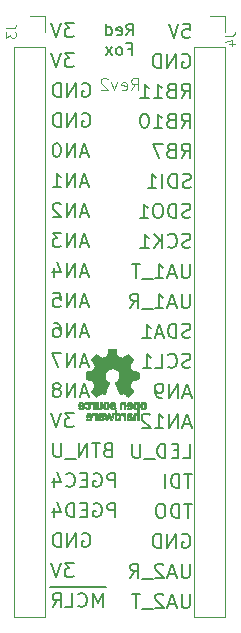
<source format=gbo>
G04 #@! TF.GenerationSoftware,KiCad,Pcbnew,5.1.8-db9833491~88~ubuntu20.04.1*
G04 #@! TF.CreationDate,2021-01-17T16:25:24+01:00*
G04 #@! TF.ProjectId,Pic32MxRedFox,50696333-324d-4785-9265-64466f782e6b,Rev2*
G04 #@! TF.SameCoordinates,PX5faea10PY8eeaea0*
G04 #@! TF.FileFunction,Legend,Bot*
G04 #@! TF.FilePolarity,Positive*
%FSLAX46Y46*%
G04 Gerber Fmt 4.6, Leading zero omitted, Abs format (unit mm)*
G04 Created by KiCad (PCBNEW 5.1.8-db9833491~88~ubuntu20.04.1) date 2021-01-17 16:25:24*
%MOMM*%
%LPD*%
G01*
G04 APERTURE LIST*
%ADD10C,0.200000*%
%ADD11C,0.150000*%
%ADD12C,0.120000*%
%ADD13C,0.010000*%
G04 APERTURE END LIST*
D10*
X9000357Y11347500D02*
X7628928Y11347500D01*
X8714642Y9680643D02*
X8714642Y10880643D01*
X8314642Y10023500D01*
X7914642Y10880643D01*
X7914642Y9680643D01*
X7628928Y11347500D02*
X6428928Y11347500D01*
X6657500Y9794929D02*
X6714642Y9737786D01*
X6886071Y9680643D01*
X7000357Y9680643D01*
X7171785Y9737786D01*
X7286071Y9852072D01*
X7343214Y9966358D01*
X7400357Y10194929D01*
X7400357Y10366358D01*
X7343214Y10594929D01*
X7286071Y10709215D01*
X7171785Y10823500D01*
X7000357Y10880643D01*
X6886071Y10880643D01*
X6714642Y10823500D01*
X6657500Y10766358D01*
X6428928Y11347500D02*
X5457500Y11347500D01*
X5571785Y9680643D02*
X6143214Y9680643D01*
X6143214Y10880643D01*
X5457500Y11347500D02*
X4257500Y11347500D01*
X4486071Y9680643D02*
X4886071Y10252072D01*
X5171785Y9680643D02*
X5171785Y10880643D01*
X4714642Y10880643D01*
X4600357Y10823500D01*
X4543214Y10766358D01*
X4486071Y10652072D01*
X4486071Y10480643D01*
X4543214Y10366358D01*
X4600357Y10309215D01*
X4714642Y10252072D01*
X5171785Y10252072D01*
X6257500Y13420643D02*
X5514642Y13420643D01*
X5914642Y12963500D01*
X5743214Y12963500D01*
X5628928Y12906358D01*
X5571785Y12849215D01*
X5514642Y12734929D01*
X5514642Y12449215D01*
X5571785Y12334929D01*
X5628928Y12277786D01*
X5743214Y12220643D01*
X6086071Y12220643D01*
X6200357Y12277786D01*
X6257500Y12334929D01*
X5171785Y13420643D02*
X4771785Y12220643D01*
X4371785Y13420643D01*
X7000357Y15903500D02*
X7114642Y15960643D01*
X7286071Y15960643D01*
X7457500Y15903500D01*
X7571785Y15789215D01*
X7628928Y15674929D01*
X7686071Y15446358D01*
X7686071Y15274929D01*
X7628928Y15046358D01*
X7571785Y14932072D01*
X7457500Y14817786D01*
X7286071Y14760643D01*
X7171785Y14760643D01*
X7000357Y14817786D01*
X6943214Y14874929D01*
X6943214Y15274929D01*
X7171785Y15274929D01*
X6428928Y14760643D02*
X6428928Y15960643D01*
X5743214Y14760643D01*
X5743214Y15960643D01*
X5171785Y14760643D02*
X5171785Y15960643D01*
X4886071Y15960643D01*
X4714642Y15903500D01*
X4600357Y15789215D01*
X4543214Y15674929D01*
X4486071Y15446358D01*
X4486071Y15274929D01*
X4543214Y15046358D01*
X4600357Y14932072D01*
X4714642Y14817786D01*
X4886071Y14760643D01*
X5171785Y14760643D01*
X9800357Y17300643D02*
X9800357Y18500643D01*
X9343214Y18500643D01*
X9228928Y18443500D01*
X9171785Y18386358D01*
X9114642Y18272072D01*
X9114642Y18100643D01*
X9171785Y17986358D01*
X9228928Y17929215D01*
X9343214Y17872072D01*
X9800357Y17872072D01*
X7971785Y18443500D02*
X8086071Y18500643D01*
X8257500Y18500643D01*
X8428928Y18443500D01*
X8543214Y18329215D01*
X8600357Y18214929D01*
X8657500Y17986358D01*
X8657500Y17814929D01*
X8600357Y17586358D01*
X8543214Y17472072D01*
X8428928Y17357786D01*
X8257500Y17300643D01*
X8143214Y17300643D01*
X7971785Y17357786D01*
X7914642Y17414929D01*
X7914642Y17814929D01*
X8143214Y17814929D01*
X7400357Y17929215D02*
X7000357Y17929215D01*
X6828928Y17300643D02*
X7400357Y17300643D01*
X7400357Y18500643D01*
X6828928Y18500643D01*
X6314642Y17300643D02*
X6314642Y18500643D01*
X6028928Y18500643D01*
X5857500Y18443500D01*
X5743214Y18329215D01*
X5686071Y18214929D01*
X5628928Y17986358D01*
X5628928Y17814929D01*
X5686071Y17586358D01*
X5743214Y17472072D01*
X5857500Y17357786D01*
X6028928Y17300643D01*
X6314642Y17300643D01*
X4600357Y18100643D02*
X4600357Y17300643D01*
X4886071Y18557786D02*
X5171785Y17700643D01*
X4428928Y17700643D01*
X9800357Y19840643D02*
X9800357Y21040643D01*
X9343214Y21040643D01*
X9228928Y20983500D01*
X9171785Y20926358D01*
X9114642Y20812072D01*
X9114642Y20640643D01*
X9171785Y20526358D01*
X9228928Y20469215D01*
X9343214Y20412072D01*
X9800357Y20412072D01*
X7971785Y20983500D02*
X8086071Y21040643D01*
X8257500Y21040643D01*
X8428928Y20983500D01*
X8543214Y20869215D01*
X8600357Y20754929D01*
X8657500Y20526358D01*
X8657500Y20354929D01*
X8600357Y20126358D01*
X8543214Y20012072D01*
X8428928Y19897786D01*
X8257500Y19840643D01*
X8143214Y19840643D01*
X7971785Y19897786D01*
X7914642Y19954929D01*
X7914642Y20354929D01*
X8143214Y20354929D01*
X7400357Y20469215D02*
X7000357Y20469215D01*
X6828928Y19840643D02*
X7400357Y19840643D01*
X7400357Y21040643D01*
X6828928Y21040643D01*
X5628928Y19954929D02*
X5686071Y19897786D01*
X5857500Y19840643D01*
X5971785Y19840643D01*
X6143214Y19897786D01*
X6257500Y20012072D01*
X6314642Y20126358D01*
X6371785Y20354929D01*
X6371785Y20526358D01*
X6314642Y20754929D01*
X6257500Y20869215D01*
X6143214Y20983500D01*
X5971785Y21040643D01*
X5857500Y21040643D01*
X5686071Y20983500D01*
X5628928Y20926358D01*
X4600357Y20640643D02*
X4600357Y19840643D01*
X4886071Y21097786D02*
X5171785Y20240643D01*
X4428928Y20240643D01*
X9114642Y23009215D02*
X8943214Y22952072D01*
X8886071Y22894929D01*
X8828928Y22780643D01*
X8828928Y22609215D01*
X8886071Y22494929D01*
X8943214Y22437786D01*
X9057500Y22380643D01*
X9514642Y22380643D01*
X9514642Y23580643D01*
X9114642Y23580643D01*
X9000357Y23523500D01*
X8943214Y23466358D01*
X8886071Y23352072D01*
X8886071Y23237786D01*
X8943214Y23123500D01*
X9000357Y23066358D01*
X9114642Y23009215D01*
X9514642Y23009215D01*
X8486071Y23580643D02*
X7800357Y23580643D01*
X8143214Y22380643D02*
X8143214Y23580643D01*
X7400357Y22380643D02*
X7400357Y23580643D01*
X6714642Y22380643D01*
X6714642Y23580643D01*
X6428928Y22266358D02*
X5514642Y22266358D01*
X5228928Y23580643D02*
X5228928Y22609215D01*
X5171785Y22494929D01*
X5114642Y22437786D01*
X5000357Y22380643D01*
X4771785Y22380643D01*
X4657500Y22437786D01*
X4600357Y22494929D01*
X4543214Y22609215D01*
X4543214Y23580643D01*
X6257500Y26120643D02*
X5514642Y26120643D01*
X5914642Y25663500D01*
X5743214Y25663500D01*
X5628928Y25606358D01*
X5571785Y25549215D01*
X5514642Y25434929D01*
X5514642Y25149215D01*
X5571785Y25034929D01*
X5628928Y24977786D01*
X5743214Y24920643D01*
X6086071Y24920643D01*
X6200357Y24977786D01*
X6257500Y25034929D01*
X5171785Y26120643D02*
X4771785Y24920643D01*
X4371785Y26120643D01*
X7457500Y27803500D02*
X6886071Y27803500D01*
X7571785Y27460643D02*
X7171785Y28660643D01*
X6771785Y27460643D01*
X6371785Y27460643D02*
X6371785Y28660643D01*
X5686071Y27460643D01*
X5686071Y28660643D01*
X4943214Y28146358D02*
X5057500Y28203500D01*
X5114642Y28260643D01*
X5171785Y28374929D01*
X5171785Y28432072D01*
X5114642Y28546358D01*
X5057500Y28603500D01*
X4943214Y28660643D01*
X4714642Y28660643D01*
X4600357Y28603500D01*
X4543214Y28546358D01*
X4486071Y28432072D01*
X4486071Y28374929D01*
X4543214Y28260643D01*
X4600357Y28203500D01*
X4714642Y28146358D01*
X4943214Y28146358D01*
X5057500Y28089215D01*
X5114642Y28032072D01*
X5171785Y27917786D01*
X5171785Y27689215D01*
X5114642Y27574929D01*
X5057500Y27517786D01*
X4943214Y27460643D01*
X4714642Y27460643D01*
X4600357Y27517786D01*
X4543214Y27574929D01*
X4486071Y27689215D01*
X4486071Y27917786D01*
X4543214Y28032072D01*
X4600357Y28089215D01*
X4714642Y28146358D01*
X7457500Y30343500D02*
X6886071Y30343500D01*
X7571785Y30000643D02*
X7171785Y31200643D01*
X6771785Y30000643D01*
X6371785Y30000643D02*
X6371785Y31200643D01*
X5686071Y30000643D01*
X5686071Y31200643D01*
X5228928Y31200643D02*
X4428928Y31200643D01*
X4943214Y30000643D01*
X7457500Y32883500D02*
X6886071Y32883500D01*
X7571785Y32540643D02*
X7171785Y33740643D01*
X6771785Y32540643D01*
X6371785Y32540643D02*
X6371785Y33740643D01*
X5686071Y32540643D01*
X5686071Y33740643D01*
X4600357Y33740643D02*
X4828928Y33740643D01*
X4943214Y33683500D01*
X5000357Y33626358D01*
X5114642Y33454929D01*
X5171785Y33226358D01*
X5171785Y32769215D01*
X5114642Y32654929D01*
X5057500Y32597786D01*
X4943214Y32540643D01*
X4714642Y32540643D01*
X4600357Y32597786D01*
X4543214Y32654929D01*
X4486071Y32769215D01*
X4486071Y33054929D01*
X4543214Y33169215D01*
X4600357Y33226358D01*
X4714642Y33283500D01*
X4943214Y33283500D01*
X5057500Y33226358D01*
X5114642Y33169215D01*
X5171785Y33054929D01*
X7457500Y35423500D02*
X6886071Y35423500D01*
X7571785Y35080643D02*
X7171785Y36280643D01*
X6771785Y35080643D01*
X6371785Y35080643D02*
X6371785Y36280643D01*
X5686071Y35080643D01*
X5686071Y36280643D01*
X4543214Y36280643D02*
X5114642Y36280643D01*
X5171785Y35709215D01*
X5114642Y35766358D01*
X5000357Y35823500D01*
X4714642Y35823500D01*
X4600357Y35766358D01*
X4543214Y35709215D01*
X4486071Y35594929D01*
X4486071Y35309215D01*
X4543214Y35194929D01*
X4600357Y35137786D01*
X4714642Y35080643D01*
X5000357Y35080643D01*
X5114642Y35137786D01*
X5171785Y35194929D01*
X7457500Y37963500D02*
X6886071Y37963500D01*
X7571785Y37620643D02*
X7171785Y38820643D01*
X6771785Y37620643D01*
X6371785Y37620643D02*
X6371785Y38820643D01*
X5686071Y37620643D01*
X5686071Y38820643D01*
X4600357Y38420643D02*
X4600357Y37620643D01*
X4886071Y38877786D02*
X5171785Y38020643D01*
X4428928Y38020643D01*
X7457500Y40503500D02*
X6886071Y40503500D01*
X7571785Y40160643D02*
X7171785Y41360643D01*
X6771785Y40160643D01*
X6371785Y40160643D02*
X6371785Y41360643D01*
X5686071Y40160643D01*
X5686071Y41360643D01*
X5228928Y41360643D02*
X4486071Y41360643D01*
X4886071Y40903500D01*
X4714642Y40903500D01*
X4600357Y40846358D01*
X4543214Y40789215D01*
X4486071Y40674929D01*
X4486071Y40389215D01*
X4543214Y40274929D01*
X4600357Y40217786D01*
X4714642Y40160643D01*
X5057500Y40160643D01*
X5171785Y40217786D01*
X5228928Y40274929D01*
X7457500Y43043500D02*
X6886071Y43043500D01*
X7571785Y42700643D02*
X7171785Y43900643D01*
X6771785Y42700643D01*
X6371785Y42700643D02*
X6371785Y43900643D01*
X5686071Y42700643D01*
X5686071Y43900643D01*
X5171785Y43786358D02*
X5114642Y43843500D01*
X5000357Y43900643D01*
X4714642Y43900643D01*
X4600357Y43843500D01*
X4543214Y43786358D01*
X4486071Y43672072D01*
X4486071Y43557786D01*
X4543214Y43386358D01*
X5228928Y42700643D01*
X4486071Y42700643D01*
X7457500Y45583500D02*
X6886071Y45583500D01*
X7571785Y45240643D02*
X7171785Y46440643D01*
X6771785Y45240643D01*
X6371785Y45240643D02*
X6371785Y46440643D01*
X5686071Y45240643D01*
X5686071Y46440643D01*
X4486071Y45240643D02*
X5171785Y45240643D01*
X4828928Y45240643D02*
X4828928Y46440643D01*
X4943214Y46269215D01*
X5057500Y46154929D01*
X5171785Y46097786D01*
X7000357Y51463500D02*
X7114642Y51520643D01*
X7286071Y51520643D01*
X7457500Y51463500D01*
X7571785Y51349215D01*
X7628928Y51234929D01*
X7686071Y51006358D01*
X7686071Y50834929D01*
X7628928Y50606358D01*
X7571785Y50492072D01*
X7457500Y50377786D01*
X7286071Y50320643D01*
X7171785Y50320643D01*
X7000357Y50377786D01*
X6943214Y50434929D01*
X6943214Y50834929D01*
X7171785Y50834929D01*
X6428928Y50320643D02*
X6428928Y51520643D01*
X5743214Y50320643D01*
X5743214Y51520643D01*
X5171785Y50320643D02*
X5171785Y51520643D01*
X4886071Y51520643D01*
X4714642Y51463500D01*
X4600357Y51349215D01*
X4543214Y51234929D01*
X4486071Y51006358D01*
X4486071Y50834929D01*
X4543214Y50606358D01*
X4600357Y50492072D01*
X4714642Y50377786D01*
X4886071Y50320643D01*
X5171785Y50320643D01*
X7457500Y48123500D02*
X6886071Y48123500D01*
X7571785Y47780643D02*
X7171785Y48980643D01*
X6771785Y47780643D01*
X6371785Y47780643D02*
X6371785Y48980643D01*
X5686071Y47780643D01*
X5686071Y48980643D01*
X4886071Y48980643D02*
X4771785Y48980643D01*
X4657500Y48923500D01*
X4600357Y48866358D01*
X4543214Y48752072D01*
X4486071Y48523500D01*
X4486071Y48237786D01*
X4543214Y48009215D01*
X4600357Y47894929D01*
X4657500Y47837786D01*
X4771785Y47780643D01*
X4886071Y47780643D01*
X5000357Y47837786D01*
X5057500Y47894929D01*
X5114642Y48009215D01*
X5171785Y48237786D01*
X5171785Y48523500D01*
X5114642Y48752072D01*
X5057500Y48866358D01*
X5000357Y48923500D01*
X4886071Y48980643D01*
X7000357Y54003500D02*
X7114642Y54060643D01*
X7286071Y54060643D01*
X7457500Y54003500D01*
X7571785Y53889215D01*
X7628928Y53774929D01*
X7686071Y53546358D01*
X7686071Y53374929D01*
X7628928Y53146358D01*
X7571785Y53032072D01*
X7457500Y52917786D01*
X7286071Y52860643D01*
X7171785Y52860643D01*
X7000357Y52917786D01*
X6943214Y52974929D01*
X6943214Y53374929D01*
X7171785Y53374929D01*
X6428928Y52860643D02*
X6428928Y54060643D01*
X5743214Y52860643D01*
X5743214Y54060643D01*
X5171785Y52860643D02*
X5171785Y54060643D01*
X4886071Y54060643D01*
X4714642Y54003500D01*
X4600357Y53889215D01*
X4543214Y53774929D01*
X4486071Y53546358D01*
X4486071Y53374929D01*
X4543214Y53146358D01*
X4600357Y53032072D01*
X4714642Y52917786D01*
X4886071Y52860643D01*
X5171785Y52860643D01*
X6257500Y56600643D02*
X5514642Y56600643D01*
X5914642Y56143500D01*
X5743214Y56143500D01*
X5628928Y56086358D01*
X5571785Y56029215D01*
X5514642Y55914929D01*
X5514642Y55629215D01*
X5571785Y55514929D01*
X5628928Y55457786D01*
X5743214Y55400643D01*
X6086071Y55400643D01*
X6200357Y55457786D01*
X6257500Y55514929D01*
X5171785Y56600643D02*
X4771785Y55400643D01*
X4371785Y56600643D01*
X6257500Y59140643D02*
X5514642Y59140643D01*
X5914642Y58683500D01*
X5743214Y58683500D01*
X5628928Y58626358D01*
X5571785Y58569215D01*
X5514642Y58454929D01*
X5514642Y58169215D01*
X5571785Y58054929D01*
X5628928Y57997786D01*
X5743214Y57940643D01*
X6086071Y57940643D01*
X6200357Y57997786D01*
X6257500Y58054929D01*
X5171785Y59140643D02*
X4771785Y57940643D01*
X4371785Y59140643D01*
X16094285Y10817143D02*
X16094285Y9845715D01*
X16037142Y9731429D01*
X15980000Y9674286D01*
X15865714Y9617143D01*
X15637142Y9617143D01*
X15522857Y9674286D01*
X15465714Y9731429D01*
X15408571Y9845715D01*
X15408571Y10817143D01*
X14894285Y9960000D02*
X14322857Y9960000D01*
X15008571Y9617143D02*
X14608571Y10817143D01*
X14208571Y9617143D01*
X13865714Y10702858D02*
X13808571Y10760000D01*
X13694285Y10817143D01*
X13408571Y10817143D01*
X13294285Y10760000D01*
X13237142Y10702858D01*
X13180000Y10588572D01*
X13180000Y10474286D01*
X13237142Y10302858D01*
X13922857Y9617143D01*
X13180000Y9617143D01*
X12951428Y9502858D02*
X12037142Y9502858D01*
X11922857Y10817143D02*
X11237142Y10817143D01*
X11580000Y9617143D02*
X11580000Y10817143D01*
X16094285Y13357143D02*
X16094285Y12385715D01*
X16037142Y12271429D01*
X15980000Y12214286D01*
X15865714Y12157143D01*
X15637142Y12157143D01*
X15522857Y12214286D01*
X15465714Y12271429D01*
X15408571Y12385715D01*
X15408571Y13357143D01*
X14894285Y12500000D02*
X14322857Y12500000D01*
X15008571Y12157143D02*
X14608571Y13357143D01*
X14208571Y12157143D01*
X13865714Y13242858D02*
X13808571Y13300000D01*
X13694285Y13357143D01*
X13408571Y13357143D01*
X13294285Y13300000D01*
X13237142Y13242858D01*
X13180000Y13128572D01*
X13180000Y13014286D01*
X13237142Y12842858D01*
X13922857Y12157143D01*
X13180000Y12157143D01*
X12951428Y12042858D02*
X12037142Y12042858D01*
X11065714Y12157143D02*
X11465714Y12728572D01*
X11751428Y12157143D02*
X11751428Y13357143D01*
X11294285Y13357143D01*
X11180000Y13300000D01*
X11122857Y13242858D01*
X11065714Y13128572D01*
X11065714Y12957143D01*
X11122857Y12842858D01*
X11180000Y12785715D01*
X11294285Y12728572D01*
X11751428Y12728572D01*
X15465714Y15840000D02*
X15580000Y15897143D01*
X15751428Y15897143D01*
X15922857Y15840000D01*
X16037142Y15725715D01*
X16094285Y15611429D01*
X16151428Y15382858D01*
X16151428Y15211429D01*
X16094285Y14982858D01*
X16037142Y14868572D01*
X15922857Y14754286D01*
X15751428Y14697143D01*
X15637142Y14697143D01*
X15465714Y14754286D01*
X15408571Y14811429D01*
X15408571Y15211429D01*
X15637142Y15211429D01*
X14894285Y14697143D02*
X14894285Y15897143D01*
X14208571Y14697143D01*
X14208571Y15897143D01*
X13637142Y14697143D02*
X13637142Y15897143D01*
X13351428Y15897143D01*
X13180000Y15840000D01*
X13065714Y15725715D01*
X13008571Y15611429D01*
X12951428Y15382858D01*
X12951428Y15211429D01*
X13008571Y14982858D01*
X13065714Y14868572D01*
X13180000Y14754286D01*
X13351428Y14697143D01*
X13637142Y14697143D01*
X16265714Y18437143D02*
X15580000Y18437143D01*
X15922857Y17237143D02*
X15922857Y18437143D01*
X15180000Y17237143D02*
X15180000Y18437143D01*
X14894285Y18437143D01*
X14722857Y18380000D01*
X14608571Y18265715D01*
X14551428Y18151429D01*
X14494285Y17922858D01*
X14494285Y17751429D01*
X14551428Y17522858D01*
X14608571Y17408572D01*
X14722857Y17294286D01*
X14894285Y17237143D01*
X15180000Y17237143D01*
X13751428Y18437143D02*
X13522857Y18437143D01*
X13408571Y18380000D01*
X13294285Y18265715D01*
X13237142Y18037143D01*
X13237142Y17637143D01*
X13294285Y17408572D01*
X13408571Y17294286D01*
X13522857Y17237143D01*
X13751428Y17237143D01*
X13865714Y17294286D01*
X13980000Y17408572D01*
X14037142Y17637143D01*
X14037142Y18037143D01*
X13980000Y18265715D01*
X13865714Y18380000D01*
X13751428Y18437143D01*
X16265714Y20977143D02*
X15580000Y20977143D01*
X15922857Y19777143D02*
X15922857Y20977143D01*
X15180000Y19777143D02*
X15180000Y20977143D01*
X14894285Y20977143D01*
X14722857Y20920000D01*
X14608571Y20805715D01*
X14551428Y20691429D01*
X14494285Y20462858D01*
X14494285Y20291429D01*
X14551428Y20062858D01*
X14608571Y19948572D01*
X14722857Y19834286D01*
X14894285Y19777143D01*
X15180000Y19777143D01*
X13980000Y19777143D02*
X13980000Y20977143D01*
X15522857Y22317143D02*
X16094285Y22317143D01*
X16094285Y23517143D01*
X15122857Y22945715D02*
X14722857Y22945715D01*
X14551428Y22317143D02*
X15122857Y22317143D01*
X15122857Y23517143D01*
X14551428Y23517143D01*
X14037142Y22317143D02*
X14037142Y23517143D01*
X13751428Y23517143D01*
X13580000Y23460000D01*
X13465714Y23345715D01*
X13408571Y23231429D01*
X13351428Y23002858D01*
X13351428Y22831429D01*
X13408571Y22602858D01*
X13465714Y22488572D01*
X13580000Y22374286D01*
X13751428Y22317143D01*
X14037142Y22317143D01*
X13122857Y22202858D02*
X12208571Y22202858D01*
X11922857Y23517143D02*
X11922857Y22545715D01*
X11865714Y22431429D01*
X11808571Y22374286D01*
X11694285Y22317143D01*
X11465714Y22317143D01*
X11351428Y22374286D01*
X11294285Y22431429D01*
X11237142Y22545715D01*
X11237142Y23517143D01*
X16151428Y25200000D02*
X15580000Y25200000D01*
X16265714Y24857143D02*
X15865714Y26057143D01*
X15465714Y24857143D01*
X15065714Y24857143D02*
X15065714Y26057143D01*
X14380000Y24857143D01*
X14380000Y26057143D01*
X13180000Y24857143D02*
X13865714Y24857143D01*
X13522857Y24857143D02*
X13522857Y26057143D01*
X13637142Y25885715D01*
X13751428Y25771429D01*
X13865714Y25714286D01*
X12722857Y25942858D02*
X12665714Y26000000D01*
X12551428Y26057143D01*
X12265714Y26057143D01*
X12151428Y26000000D01*
X12094285Y25942858D01*
X12037142Y25828572D01*
X12037142Y25714286D01*
X12094285Y25542858D01*
X12780000Y24857143D01*
X12037142Y24857143D01*
X16151428Y27740000D02*
X15580000Y27740000D01*
X16265714Y27397143D02*
X15865714Y28597143D01*
X15465714Y27397143D01*
X15065714Y27397143D02*
X15065714Y28597143D01*
X14380000Y27397143D01*
X14380000Y28597143D01*
X13751428Y27397143D02*
X13522857Y27397143D01*
X13408571Y27454286D01*
X13351428Y27511429D01*
X13237142Y27682858D01*
X13180000Y27911429D01*
X13180000Y28368572D01*
X13237142Y28482858D01*
X13294285Y28540000D01*
X13408571Y28597143D01*
X13637142Y28597143D01*
X13751428Y28540000D01*
X13808571Y28482858D01*
X13865714Y28368572D01*
X13865714Y28082858D01*
X13808571Y27968572D01*
X13751428Y27911429D01*
X13637142Y27854286D01*
X13408571Y27854286D01*
X13294285Y27911429D01*
X13237142Y27968572D01*
X13180000Y28082858D01*
X16151428Y29994286D02*
X15980000Y29937143D01*
X15694285Y29937143D01*
X15580000Y29994286D01*
X15522857Y30051429D01*
X15465714Y30165715D01*
X15465714Y30280000D01*
X15522857Y30394286D01*
X15580000Y30451429D01*
X15694285Y30508572D01*
X15922857Y30565715D01*
X16037142Y30622858D01*
X16094285Y30680000D01*
X16151428Y30794286D01*
X16151428Y30908572D01*
X16094285Y31022858D01*
X16037142Y31080000D01*
X15922857Y31137143D01*
X15637142Y31137143D01*
X15465714Y31080000D01*
X14265714Y30051429D02*
X14322857Y29994286D01*
X14494285Y29937143D01*
X14608571Y29937143D01*
X14780000Y29994286D01*
X14894285Y30108572D01*
X14951428Y30222858D01*
X15008571Y30451429D01*
X15008571Y30622858D01*
X14951428Y30851429D01*
X14894285Y30965715D01*
X14780000Y31080000D01*
X14608571Y31137143D01*
X14494285Y31137143D01*
X14322857Y31080000D01*
X14265714Y31022858D01*
X13180000Y29937143D02*
X13751428Y29937143D01*
X13751428Y31137143D01*
X12151428Y29937143D02*
X12837142Y29937143D01*
X12494285Y29937143D02*
X12494285Y31137143D01*
X12608571Y30965715D01*
X12722857Y30851429D01*
X12837142Y30794286D01*
X16151428Y32534286D02*
X15980000Y32477143D01*
X15694285Y32477143D01*
X15580000Y32534286D01*
X15522857Y32591429D01*
X15465714Y32705715D01*
X15465714Y32820000D01*
X15522857Y32934286D01*
X15580000Y32991429D01*
X15694285Y33048572D01*
X15922857Y33105715D01*
X16037142Y33162858D01*
X16094285Y33220000D01*
X16151428Y33334286D01*
X16151428Y33448572D01*
X16094285Y33562858D01*
X16037142Y33620000D01*
X15922857Y33677143D01*
X15637142Y33677143D01*
X15465714Y33620000D01*
X14951428Y32477143D02*
X14951428Y33677143D01*
X14665714Y33677143D01*
X14494285Y33620000D01*
X14380000Y33505715D01*
X14322857Y33391429D01*
X14265714Y33162858D01*
X14265714Y32991429D01*
X14322857Y32762858D01*
X14380000Y32648572D01*
X14494285Y32534286D01*
X14665714Y32477143D01*
X14951428Y32477143D01*
X13808571Y32820000D02*
X13237142Y32820000D01*
X13922857Y32477143D02*
X13522857Y33677143D01*
X13122857Y32477143D01*
X12094285Y32477143D02*
X12780000Y32477143D01*
X12437142Y32477143D02*
X12437142Y33677143D01*
X12551428Y33505715D01*
X12665714Y33391429D01*
X12780000Y33334286D01*
X16094285Y36217143D02*
X16094285Y35245715D01*
X16037142Y35131429D01*
X15980000Y35074286D01*
X15865714Y35017143D01*
X15637142Y35017143D01*
X15522857Y35074286D01*
X15465714Y35131429D01*
X15408571Y35245715D01*
X15408571Y36217143D01*
X14894285Y35360000D02*
X14322857Y35360000D01*
X15008571Y35017143D02*
X14608571Y36217143D01*
X14208571Y35017143D01*
X13180000Y35017143D02*
X13865714Y35017143D01*
X13522857Y35017143D02*
X13522857Y36217143D01*
X13637142Y36045715D01*
X13751428Y35931429D01*
X13865714Y35874286D01*
X12951428Y34902858D02*
X12037142Y34902858D01*
X11065714Y35017143D02*
X11465714Y35588572D01*
X11751428Y35017143D02*
X11751428Y36217143D01*
X11294285Y36217143D01*
X11180000Y36160000D01*
X11122857Y36102858D01*
X11065714Y35988572D01*
X11065714Y35817143D01*
X11122857Y35702858D01*
X11180000Y35645715D01*
X11294285Y35588572D01*
X11751428Y35588572D01*
X16094285Y38757143D02*
X16094285Y37785715D01*
X16037142Y37671429D01*
X15980000Y37614286D01*
X15865714Y37557143D01*
X15637142Y37557143D01*
X15522857Y37614286D01*
X15465714Y37671429D01*
X15408571Y37785715D01*
X15408571Y38757143D01*
X14894285Y37900000D02*
X14322857Y37900000D01*
X15008571Y37557143D02*
X14608571Y38757143D01*
X14208571Y37557143D01*
X13180000Y37557143D02*
X13865714Y37557143D01*
X13522857Y37557143D02*
X13522857Y38757143D01*
X13637142Y38585715D01*
X13751428Y38471429D01*
X13865714Y38414286D01*
X12951428Y37442858D02*
X12037142Y37442858D01*
X11922857Y38757143D02*
X11237142Y38757143D01*
X11580000Y37557143D02*
X11580000Y38757143D01*
X16151428Y40154286D02*
X15980000Y40097143D01*
X15694285Y40097143D01*
X15580000Y40154286D01*
X15522857Y40211429D01*
X15465714Y40325715D01*
X15465714Y40440000D01*
X15522857Y40554286D01*
X15580000Y40611429D01*
X15694285Y40668572D01*
X15922857Y40725715D01*
X16037142Y40782858D01*
X16094285Y40840000D01*
X16151428Y40954286D01*
X16151428Y41068572D01*
X16094285Y41182858D01*
X16037142Y41240000D01*
X15922857Y41297143D01*
X15637142Y41297143D01*
X15465714Y41240000D01*
X14265714Y40211429D02*
X14322857Y40154286D01*
X14494285Y40097143D01*
X14608571Y40097143D01*
X14780000Y40154286D01*
X14894285Y40268572D01*
X14951428Y40382858D01*
X15008571Y40611429D01*
X15008571Y40782858D01*
X14951428Y41011429D01*
X14894285Y41125715D01*
X14780000Y41240000D01*
X14608571Y41297143D01*
X14494285Y41297143D01*
X14322857Y41240000D01*
X14265714Y41182858D01*
X13751428Y40097143D02*
X13751428Y41297143D01*
X13065714Y40097143D02*
X13580000Y40782858D01*
X13065714Y41297143D02*
X13751428Y40611429D01*
X11922857Y40097143D02*
X12608571Y40097143D01*
X12265714Y40097143D02*
X12265714Y41297143D01*
X12380000Y41125715D01*
X12494285Y41011429D01*
X12608571Y40954286D01*
X16151428Y42694286D02*
X15980000Y42637143D01*
X15694285Y42637143D01*
X15580000Y42694286D01*
X15522857Y42751429D01*
X15465714Y42865715D01*
X15465714Y42980000D01*
X15522857Y43094286D01*
X15580000Y43151429D01*
X15694285Y43208572D01*
X15922857Y43265715D01*
X16037142Y43322858D01*
X16094285Y43380000D01*
X16151428Y43494286D01*
X16151428Y43608572D01*
X16094285Y43722858D01*
X16037142Y43780000D01*
X15922857Y43837143D01*
X15637142Y43837143D01*
X15465714Y43780000D01*
X14951428Y42637143D02*
X14951428Y43837143D01*
X14665714Y43837143D01*
X14494285Y43780000D01*
X14380000Y43665715D01*
X14322857Y43551429D01*
X14265714Y43322858D01*
X14265714Y43151429D01*
X14322857Y42922858D01*
X14380000Y42808572D01*
X14494285Y42694286D01*
X14665714Y42637143D01*
X14951428Y42637143D01*
X13522857Y43837143D02*
X13294285Y43837143D01*
X13180000Y43780000D01*
X13065714Y43665715D01*
X13008571Y43437143D01*
X13008571Y43037143D01*
X13065714Y42808572D01*
X13180000Y42694286D01*
X13294285Y42637143D01*
X13522857Y42637143D01*
X13637142Y42694286D01*
X13751428Y42808572D01*
X13808571Y43037143D01*
X13808571Y43437143D01*
X13751428Y43665715D01*
X13637142Y43780000D01*
X13522857Y43837143D01*
X11865714Y42637143D02*
X12551428Y42637143D01*
X12208571Y42637143D02*
X12208571Y43837143D01*
X12322857Y43665715D01*
X12437142Y43551429D01*
X12551428Y43494286D01*
X16176828Y45234286D02*
X16005400Y45177143D01*
X15719685Y45177143D01*
X15605400Y45234286D01*
X15548257Y45291429D01*
X15491114Y45405715D01*
X15491114Y45520000D01*
X15548257Y45634286D01*
X15605400Y45691429D01*
X15719685Y45748572D01*
X15948257Y45805715D01*
X16062542Y45862858D01*
X16119685Y45920000D01*
X16176828Y46034286D01*
X16176828Y46148572D01*
X16119685Y46262858D01*
X16062542Y46320000D01*
X15948257Y46377143D01*
X15662542Y46377143D01*
X15491114Y46320000D01*
X14976828Y45177143D02*
X14976828Y46377143D01*
X14691114Y46377143D01*
X14519685Y46320000D01*
X14405400Y46205715D01*
X14348257Y46091429D01*
X14291114Y45862858D01*
X14291114Y45691429D01*
X14348257Y45462858D01*
X14405400Y45348572D01*
X14519685Y45234286D01*
X14691114Y45177143D01*
X14976828Y45177143D01*
X13776828Y45177143D02*
X13776828Y46377143D01*
X12576828Y45177143D02*
X13262542Y45177143D01*
X12919685Y45177143D02*
X12919685Y46377143D01*
X13033971Y46205715D01*
X13148257Y46091429D01*
X13262542Y46034286D01*
X15408571Y47717143D02*
X15808571Y48288572D01*
X16094285Y47717143D02*
X16094285Y48917143D01*
X15637142Y48917143D01*
X15522857Y48860000D01*
X15465714Y48802858D01*
X15408571Y48688572D01*
X15408571Y48517143D01*
X15465714Y48402858D01*
X15522857Y48345715D01*
X15637142Y48288572D01*
X16094285Y48288572D01*
X14494285Y48345715D02*
X14322857Y48288572D01*
X14265714Y48231429D01*
X14208571Y48117143D01*
X14208571Y47945715D01*
X14265714Y47831429D01*
X14322857Y47774286D01*
X14437142Y47717143D01*
X14894285Y47717143D01*
X14894285Y48917143D01*
X14494285Y48917143D01*
X14380000Y48860000D01*
X14322857Y48802858D01*
X14265714Y48688572D01*
X14265714Y48574286D01*
X14322857Y48460000D01*
X14380000Y48402858D01*
X14494285Y48345715D01*
X14894285Y48345715D01*
X13808571Y48917143D02*
X13008571Y48917143D01*
X13522857Y47717143D01*
X15408571Y50257143D02*
X15808571Y50828572D01*
X16094285Y50257143D02*
X16094285Y51457143D01*
X15637142Y51457143D01*
X15522857Y51400000D01*
X15465714Y51342858D01*
X15408571Y51228572D01*
X15408571Y51057143D01*
X15465714Y50942858D01*
X15522857Y50885715D01*
X15637142Y50828572D01*
X16094285Y50828572D01*
X14494285Y50885715D02*
X14322857Y50828572D01*
X14265714Y50771429D01*
X14208571Y50657143D01*
X14208571Y50485715D01*
X14265714Y50371429D01*
X14322857Y50314286D01*
X14437142Y50257143D01*
X14894285Y50257143D01*
X14894285Y51457143D01*
X14494285Y51457143D01*
X14380000Y51400000D01*
X14322857Y51342858D01*
X14265714Y51228572D01*
X14265714Y51114286D01*
X14322857Y51000000D01*
X14380000Y50942858D01*
X14494285Y50885715D01*
X14894285Y50885715D01*
X13065714Y50257143D02*
X13751428Y50257143D01*
X13408571Y50257143D02*
X13408571Y51457143D01*
X13522857Y51285715D01*
X13637142Y51171429D01*
X13751428Y51114286D01*
X12322857Y51457143D02*
X12208571Y51457143D01*
X12094285Y51400000D01*
X12037142Y51342858D01*
X11980000Y51228572D01*
X11922857Y51000000D01*
X11922857Y50714286D01*
X11980000Y50485715D01*
X12037142Y50371429D01*
X12094285Y50314286D01*
X12208571Y50257143D01*
X12322857Y50257143D01*
X12437142Y50314286D01*
X12494285Y50371429D01*
X12551428Y50485715D01*
X12608571Y50714286D01*
X12608571Y51000000D01*
X12551428Y51228572D01*
X12494285Y51342858D01*
X12437142Y51400000D01*
X12322857Y51457143D01*
X15408571Y52797143D02*
X15808571Y53368572D01*
X16094285Y52797143D02*
X16094285Y53997143D01*
X15637142Y53997143D01*
X15522857Y53940000D01*
X15465714Y53882858D01*
X15408571Y53768572D01*
X15408571Y53597143D01*
X15465714Y53482858D01*
X15522857Y53425715D01*
X15637142Y53368572D01*
X16094285Y53368572D01*
X14494285Y53425715D02*
X14322857Y53368572D01*
X14265714Y53311429D01*
X14208571Y53197143D01*
X14208571Y53025715D01*
X14265714Y52911429D01*
X14322857Y52854286D01*
X14437142Y52797143D01*
X14894285Y52797143D01*
X14894285Y53997143D01*
X14494285Y53997143D01*
X14380000Y53940000D01*
X14322857Y53882858D01*
X14265714Y53768572D01*
X14265714Y53654286D01*
X14322857Y53540000D01*
X14380000Y53482858D01*
X14494285Y53425715D01*
X14894285Y53425715D01*
X13065714Y52797143D02*
X13751428Y52797143D01*
X13408571Y52797143D02*
X13408571Y53997143D01*
X13522857Y53825715D01*
X13637142Y53711429D01*
X13751428Y53654286D01*
X11922857Y52797143D02*
X12608571Y52797143D01*
X12265714Y52797143D02*
X12265714Y53997143D01*
X12380000Y53825715D01*
X12494285Y53711429D01*
X12608571Y53654286D01*
X15465714Y56480000D02*
X15580000Y56537143D01*
X15751428Y56537143D01*
X15922857Y56480000D01*
X16037142Y56365715D01*
X16094285Y56251429D01*
X16151428Y56022858D01*
X16151428Y55851429D01*
X16094285Y55622858D01*
X16037142Y55508572D01*
X15922857Y55394286D01*
X15751428Y55337143D01*
X15637142Y55337143D01*
X15465714Y55394286D01*
X15408571Y55451429D01*
X15408571Y55851429D01*
X15637142Y55851429D01*
X14894285Y55337143D02*
X14894285Y56537143D01*
X14208571Y55337143D01*
X14208571Y56537143D01*
X13637142Y55337143D02*
X13637142Y56537143D01*
X13351428Y56537143D01*
X13180000Y56480000D01*
X13065714Y56365715D01*
X13008571Y56251429D01*
X12951428Y56022858D01*
X12951428Y55851429D01*
X13008571Y55622858D01*
X13065714Y55508572D01*
X13180000Y55394286D01*
X13351428Y55337143D01*
X13637142Y55337143D01*
X15522857Y59077143D02*
X16094285Y59077143D01*
X16151428Y58505715D01*
X16094285Y58562858D01*
X15980000Y58620000D01*
X15694285Y58620000D01*
X15580000Y58562858D01*
X15522857Y58505715D01*
X15465714Y58391429D01*
X15465714Y58105715D01*
X15522857Y57991429D01*
X15580000Y57934286D01*
X15694285Y57877143D01*
X15980000Y57877143D01*
X16094285Y57934286D01*
X16151428Y57991429D01*
X15122857Y59077143D02*
X14722857Y57877143D01*
X14322857Y59077143D01*
D11*
X10731428Y58094120D02*
X11064761Y58570310D01*
X11302857Y58094120D02*
X11302857Y59094120D01*
X10921904Y59094120D01*
X10826666Y59046500D01*
X10779047Y58998881D01*
X10731428Y58903643D01*
X10731428Y58760786D01*
X10779047Y58665548D01*
X10826666Y58617929D01*
X10921904Y58570310D01*
X11302857Y58570310D01*
X9921904Y58141739D02*
X10017142Y58094120D01*
X10207619Y58094120D01*
X10302857Y58141739D01*
X10350476Y58236977D01*
X10350476Y58617929D01*
X10302857Y58713167D01*
X10207619Y58760786D01*
X10017142Y58760786D01*
X9921904Y58713167D01*
X9874285Y58617929D01*
X9874285Y58522691D01*
X10350476Y58427453D01*
X9017142Y58094120D02*
X9017142Y59094120D01*
X9017142Y58141739D02*
X9112380Y58094120D01*
X9302857Y58094120D01*
X9398095Y58141739D01*
X9445714Y58189358D01*
X9493333Y58284596D01*
X9493333Y58570310D01*
X9445714Y58665548D01*
X9398095Y58713167D01*
X9302857Y58760786D01*
X9112380Y58760786D01*
X9017142Y58713167D01*
X10874285Y56967929D02*
X11207619Y56967929D01*
X11207619Y56444120D02*
X11207619Y57444120D01*
X10731428Y57444120D01*
X10207619Y56444120D02*
X10302857Y56491739D01*
X10350476Y56539358D01*
X10398095Y56634596D01*
X10398095Y56920310D01*
X10350476Y57015548D01*
X10302857Y57063167D01*
X10207619Y57110786D01*
X10064761Y57110786D01*
X9969523Y57063167D01*
X9921904Y57015548D01*
X9874285Y56920310D01*
X9874285Y56634596D01*
X9921904Y56539358D01*
X9969523Y56491739D01*
X10064761Y56444120D01*
X10207619Y56444120D01*
X9540952Y56444120D02*
X9017142Y57110786D01*
X9540952Y57110786D02*
X9017142Y56444120D01*
D12*
X11136190Y53459120D02*
X11469523Y53935310D01*
X11707619Y53459120D02*
X11707619Y54459120D01*
X11326666Y54459120D01*
X11231428Y54411500D01*
X11183809Y54363881D01*
X11136190Y54268643D01*
X11136190Y54125786D01*
X11183809Y54030548D01*
X11231428Y53982929D01*
X11326666Y53935310D01*
X11707619Y53935310D01*
X10326666Y53506739D02*
X10421904Y53459120D01*
X10612380Y53459120D01*
X10707619Y53506739D01*
X10755238Y53601977D01*
X10755238Y53982929D01*
X10707619Y54078167D01*
X10612380Y54125786D01*
X10421904Y54125786D01*
X10326666Y54078167D01*
X10279047Y53982929D01*
X10279047Y53887691D01*
X10755238Y53792453D01*
X9945714Y54125786D02*
X9707619Y53459120D01*
X9469523Y54125786D01*
X9136190Y54363881D02*
X9088571Y54411500D01*
X8993333Y54459120D01*
X8755238Y54459120D01*
X8660000Y54411500D01*
X8612380Y54363881D01*
X8564761Y54268643D01*
X8564761Y54173405D01*
X8612380Y54030548D01*
X9183809Y53459120D01*
X8564761Y53459120D01*
D13*
G36*
X11433759Y27042316D02*
G01*
X11407247Y27029218D01*
X11374553Y27006394D01*
X11350725Y26981504D01*
X11334406Y26950251D01*
X11324240Y26908334D01*
X11318872Y26851456D01*
X11316944Y26775316D01*
X11316831Y26742583D01*
X11317161Y26670844D01*
X11318527Y26619573D01*
X11321500Y26584096D01*
X11326649Y26559737D01*
X11334543Y26541820D01*
X11342757Y26529598D01*
X11395187Y26477595D01*
X11456930Y26446316D01*
X11523536Y26436908D01*
X11590558Y26450520D01*
X11611792Y26460146D01*
X11662624Y26486641D01*
X11662624Y26071448D01*
X11625525Y26090632D01*
X11576643Y26105475D01*
X11516561Y26109278D01*
X11456564Y26102257D01*
X11411256Y26086487D01*
X11373675Y26056453D01*
X11341564Y26013476D01*
X11339150Y26009064D01*
X11328967Y25988279D01*
X11321530Y25967330D01*
X11316411Y25941952D01*
X11313181Y25907882D01*
X11311413Y25860859D01*
X11310677Y25796618D01*
X11310544Y25724324D01*
X11310544Y25493678D01*
X11448861Y25493678D01*
X11448861Y25918967D01*
X11487549Y25951521D01*
X11527738Y25977560D01*
X11565797Y25982295D01*
X11604066Y25970111D01*
X11624462Y25958180D01*
X11639642Y25941187D01*
X11650438Y25915505D01*
X11657683Y25877509D01*
X11662208Y25823574D01*
X11664844Y25750075D01*
X11665772Y25701153D01*
X11668911Y25499965D01*
X11734926Y25496164D01*
X11800940Y25492364D01*
X11800940Y26740850D01*
X11662624Y26740850D01*
X11659097Y26671246D01*
X11647215Y26622931D01*
X11625020Y26592869D01*
X11590559Y26578029D01*
X11555742Y26575064D01*
X11516329Y26578472D01*
X11490171Y26591883D01*
X11473814Y26609604D01*
X11460937Y26628665D01*
X11453272Y26649899D01*
X11449861Y26679651D01*
X11449749Y26724264D01*
X11450897Y26761620D01*
X11453532Y26817896D01*
X11457456Y26854842D01*
X11464063Y26878277D01*
X11474749Y26894020D01*
X11484833Y26903120D01*
X11526970Y26922963D01*
X11576840Y26926168D01*
X11605476Y26919332D01*
X11633828Y26895036D01*
X11652609Y26847772D01*
X11661712Y26777876D01*
X11662624Y26740850D01*
X11800940Y26740850D01*
X11800940Y27052886D01*
X11731782Y27052886D01*
X11690260Y27051244D01*
X11668838Y27045413D01*
X11662626Y27034039D01*
X11662624Y27033702D01*
X11659742Y27022562D01*
X11647030Y27023827D01*
X11621757Y27036067D01*
X11562869Y27054793D01*
X11496615Y27056761D01*
X11433759Y27042316D01*
G37*
X11433759Y27042316D02*
X11407247Y27029218D01*
X11374553Y27006394D01*
X11350725Y26981504D01*
X11334406Y26950251D01*
X11324240Y26908334D01*
X11318872Y26851456D01*
X11316944Y26775316D01*
X11316831Y26742583D01*
X11317161Y26670844D01*
X11318527Y26619573D01*
X11321500Y26584096D01*
X11326649Y26559737D01*
X11334543Y26541820D01*
X11342757Y26529598D01*
X11395187Y26477595D01*
X11456930Y26446316D01*
X11523536Y26436908D01*
X11590558Y26450520D01*
X11611792Y26460146D01*
X11662624Y26486641D01*
X11662624Y26071448D01*
X11625525Y26090632D01*
X11576643Y26105475D01*
X11516561Y26109278D01*
X11456564Y26102257D01*
X11411256Y26086487D01*
X11373675Y26056453D01*
X11341564Y26013476D01*
X11339150Y26009064D01*
X11328967Y25988279D01*
X11321530Y25967330D01*
X11316411Y25941952D01*
X11313181Y25907882D01*
X11311413Y25860859D01*
X11310677Y25796618D01*
X11310544Y25724324D01*
X11310544Y25493678D01*
X11448861Y25493678D01*
X11448861Y25918967D01*
X11487549Y25951521D01*
X11527738Y25977560D01*
X11565797Y25982295D01*
X11604066Y25970111D01*
X11624462Y25958180D01*
X11639642Y25941187D01*
X11650438Y25915505D01*
X11657683Y25877509D01*
X11662208Y25823574D01*
X11664844Y25750075D01*
X11665772Y25701153D01*
X11668911Y25499965D01*
X11734926Y25496164D01*
X11800940Y25492364D01*
X11800940Y26740850D01*
X11662624Y26740850D01*
X11659097Y26671246D01*
X11647215Y26622931D01*
X11625020Y26592869D01*
X11590559Y26578029D01*
X11555742Y26575064D01*
X11516329Y26578472D01*
X11490171Y26591883D01*
X11473814Y26609604D01*
X11460937Y26628665D01*
X11453272Y26649899D01*
X11449861Y26679651D01*
X11449749Y26724264D01*
X11450897Y26761620D01*
X11453532Y26817896D01*
X11457456Y26854842D01*
X11464063Y26878277D01*
X11474749Y26894020D01*
X11484833Y26903120D01*
X11526970Y26922963D01*
X11576840Y26926168D01*
X11605476Y26919332D01*
X11633828Y26895036D01*
X11652609Y26847772D01*
X11661712Y26777876D01*
X11662624Y26740850D01*
X11800940Y26740850D01*
X11800940Y27052886D01*
X11731782Y27052886D01*
X11690260Y27051244D01*
X11668838Y27045413D01*
X11662626Y27034039D01*
X11662624Y27033702D01*
X11659742Y27022562D01*
X11647030Y27023827D01*
X11621757Y27036067D01*
X11562869Y27054793D01*
X11496615Y27056761D01*
X11433759Y27042316D01*
G36*
X10909210Y26104945D02*
G01*
X10850055Y26089161D01*
X10805023Y26060552D01*
X10773246Y26023081D01*
X10763366Y26007089D01*
X10756073Y25990337D01*
X10750974Y25968908D01*
X10747679Y25938884D01*
X10745797Y25896346D01*
X10744937Y25837378D01*
X10744707Y25758060D01*
X10744703Y25737016D01*
X10744703Y25493678D01*
X10805059Y25493678D01*
X10843557Y25496374D01*
X10872023Y25503205D01*
X10879155Y25507417D01*
X10898652Y25514687D01*
X10918566Y25507417D01*
X10951353Y25498340D01*
X10998978Y25494687D01*
X11051764Y25496272D01*
X11100036Y25502911D01*
X11128218Y25511428D01*
X11182753Y25546437D01*
X11216835Y25595021D01*
X11232157Y25659618D01*
X11232299Y25661277D01*
X11230955Y25689934D01*
X11109356Y25689934D01*
X11098726Y25657339D01*
X11081410Y25638995D01*
X11046652Y25625121D01*
X11000773Y25619583D01*
X10953988Y25622309D01*
X10916514Y25633226D01*
X10906015Y25640231D01*
X10887668Y25672596D01*
X10883020Y25709389D01*
X10883020Y25757737D01*
X10952582Y25757737D01*
X11018667Y25752650D01*
X11068764Y25738237D01*
X11099929Y25715771D01*
X11109356Y25689934D01*
X11230955Y25689934D01*
X11228987Y25731853D01*
X11205710Y25787655D01*
X11161948Y25829853D01*
X11155899Y25833692D01*
X11129907Y25846191D01*
X11097735Y25853760D01*
X11052760Y25857439D01*
X10999331Y25858284D01*
X10883020Y25858331D01*
X10883020Y25907089D01*
X10887953Y25944919D01*
X10900543Y25970264D01*
X10902017Y25971613D01*
X10930034Y25982700D01*
X10972326Y25986997D01*
X11019064Y25984885D01*
X11060418Y25976744D01*
X11084957Y25964535D01*
X11098253Y25954754D01*
X11112294Y25952887D01*
X11131671Y25960900D01*
X11160976Y25980761D01*
X11204803Y26014437D01*
X11208825Y26017591D01*
X11206764Y26029264D01*
X11189568Y26048678D01*
X11163433Y26070252D01*
X11134552Y26088404D01*
X11125478Y26092691D01*
X11092380Y26101244D01*
X11043880Y26107345D01*
X10989695Y26109792D01*
X10987161Y26109797D01*
X10909210Y26104945D01*
G37*
X10909210Y26104945D02*
X10850055Y26089161D01*
X10805023Y26060552D01*
X10773246Y26023081D01*
X10763366Y26007089D01*
X10756073Y25990337D01*
X10750974Y25968908D01*
X10747679Y25938884D01*
X10745797Y25896346D01*
X10744937Y25837378D01*
X10744707Y25758060D01*
X10744703Y25737016D01*
X10744703Y25493678D01*
X10805059Y25493678D01*
X10843557Y25496374D01*
X10872023Y25503205D01*
X10879155Y25507417D01*
X10898652Y25514687D01*
X10918566Y25507417D01*
X10951353Y25498340D01*
X10998978Y25494687D01*
X11051764Y25496272D01*
X11100036Y25502911D01*
X11128218Y25511428D01*
X11182753Y25546437D01*
X11216835Y25595021D01*
X11232157Y25659618D01*
X11232299Y25661277D01*
X11230955Y25689934D01*
X11109356Y25689934D01*
X11098726Y25657339D01*
X11081410Y25638995D01*
X11046652Y25625121D01*
X11000773Y25619583D01*
X10953988Y25622309D01*
X10916514Y25633226D01*
X10906015Y25640231D01*
X10887668Y25672596D01*
X10883020Y25709389D01*
X10883020Y25757737D01*
X10952582Y25757737D01*
X11018667Y25752650D01*
X11068764Y25738237D01*
X11099929Y25715771D01*
X11109356Y25689934D01*
X11230955Y25689934D01*
X11228987Y25731853D01*
X11205710Y25787655D01*
X11161948Y25829853D01*
X11155899Y25833692D01*
X11129907Y25846191D01*
X11097735Y25853760D01*
X11052760Y25857439D01*
X10999331Y25858284D01*
X10883020Y25858331D01*
X10883020Y25907089D01*
X10887953Y25944919D01*
X10900543Y25970264D01*
X10902017Y25971613D01*
X10930034Y25982700D01*
X10972326Y25986997D01*
X11019064Y25984885D01*
X11060418Y25976744D01*
X11084957Y25964535D01*
X11098253Y25954754D01*
X11112294Y25952887D01*
X11131671Y25960900D01*
X11160976Y25980761D01*
X11204803Y26014437D01*
X11208825Y26017591D01*
X11206764Y26029264D01*
X11189568Y26048678D01*
X11163433Y26070252D01*
X11134552Y26088404D01*
X11125478Y26092691D01*
X11092380Y26101244D01*
X11043880Y26107345D01*
X10989695Y26109792D01*
X10987161Y26109797D01*
X10909210Y26104945D01*
G36*
X10518356Y26108480D02*
G01*
X10499539Y26102840D01*
X10493473Y26090447D01*
X10493218Y26084853D01*
X10492129Y26069270D01*
X10484632Y26066824D01*
X10464381Y26077507D01*
X10452351Y26084806D01*
X10414400Y26100437D01*
X10369072Y26108166D01*
X10321544Y26108760D01*
X10276995Y26102987D01*
X10240602Y26091616D01*
X10217543Y26075412D01*
X10212996Y26055145D01*
X10215291Y26049657D01*
X10232020Y26026874D01*
X10257963Y25998853D01*
X10262655Y25994323D01*
X10287383Y25973495D01*
X10308718Y25966765D01*
X10338555Y25971462D01*
X10350508Y25974583D01*
X10387705Y25982079D01*
X10413859Y25978708D01*
X10435946Y25966819D01*
X10456178Y25950865D01*
X10471079Y25930800D01*
X10481434Y25902798D01*
X10488029Y25863033D01*
X10491649Y25807677D01*
X10493078Y25732906D01*
X10493218Y25687760D01*
X10493218Y25493678D01*
X10618960Y25493678D01*
X10618960Y26109817D01*
X10556089Y26109817D01*
X10518356Y26108480D01*
G37*
X10518356Y26108480D02*
X10499539Y26102840D01*
X10493473Y26090447D01*
X10493218Y26084853D01*
X10492129Y26069270D01*
X10484632Y26066824D01*
X10464381Y26077507D01*
X10452351Y26084806D01*
X10414400Y26100437D01*
X10369072Y26108166D01*
X10321544Y26108760D01*
X10276995Y26102987D01*
X10240602Y26091616D01*
X10217543Y26075412D01*
X10212996Y26055145D01*
X10215291Y26049657D01*
X10232020Y26026874D01*
X10257963Y25998853D01*
X10262655Y25994323D01*
X10287383Y25973495D01*
X10308718Y25966765D01*
X10338555Y25971462D01*
X10350508Y25974583D01*
X10387705Y25982079D01*
X10413859Y25978708D01*
X10435946Y25966819D01*
X10456178Y25950865D01*
X10471079Y25930800D01*
X10481434Y25902798D01*
X10488029Y25863033D01*
X10491649Y25807677D01*
X10493078Y25732906D01*
X10493218Y25687760D01*
X10493218Y25493678D01*
X10618960Y25493678D01*
X10618960Y26109817D01*
X10556089Y26109817D01*
X10518356Y26108480D01*
G36*
X9726188Y25493678D02*
G01*
X9795346Y25493678D01*
X9835488Y25494855D01*
X9856394Y25499728D01*
X9863922Y25510314D01*
X9864505Y25517471D01*
X9865774Y25531824D01*
X9873779Y25534577D01*
X9894815Y25525729D01*
X9911173Y25517471D01*
X9973977Y25497903D01*
X10042248Y25496771D01*
X10097752Y25511365D01*
X10149438Y25546623D01*
X10188838Y25598665D01*
X10210413Y25660050D01*
X10210962Y25663482D01*
X10214167Y25700929D01*
X10215761Y25754687D01*
X10215633Y25795345D01*
X10078279Y25795345D01*
X10075097Y25741306D01*
X10067859Y25696765D01*
X10058060Y25671612D01*
X10020989Y25637240D01*
X9976974Y25624918D01*
X9931584Y25634882D01*
X9892797Y25664605D01*
X9878108Y25684595D01*
X9869519Y25708450D01*
X9865496Y25743270D01*
X9864505Y25795570D01*
X9866278Y25847361D01*
X9870963Y25892866D01*
X9877603Y25923319D01*
X9878710Y25926048D01*
X9905491Y25958500D01*
X9944579Y25976317D01*
X9988315Y25979194D01*
X10029038Y25966826D01*
X10059087Y25938907D01*
X10062204Y25933352D01*
X10071961Y25899478D01*
X10077277Y25850772D01*
X10078279Y25795345D01*
X10215633Y25795345D01*
X10215568Y25815960D01*
X10214664Y25848937D01*
X10208514Y25930519D01*
X10195733Y25991770D01*
X10174471Y26037051D01*
X10142878Y26070721D01*
X10112207Y26090486D01*
X10069354Y26104380D01*
X10016056Y26109146D01*
X9961480Y26105264D01*
X9914792Y26093218D01*
X9890124Y26078807D01*
X9864505Y26055622D01*
X9864505Y26348727D01*
X9726188Y26348727D01*
X9726188Y25493678D01*
G37*
X9726188Y25493678D02*
X9795346Y25493678D01*
X9835488Y25494855D01*
X9856394Y25499728D01*
X9863922Y25510314D01*
X9864505Y25517471D01*
X9865774Y25531824D01*
X9873779Y25534577D01*
X9894815Y25525729D01*
X9911173Y25517471D01*
X9973977Y25497903D01*
X10042248Y25496771D01*
X10097752Y25511365D01*
X10149438Y25546623D01*
X10188838Y25598665D01*
X10210413Y25660050D01*
X10210962Y25663482D01*
X10214167Y25700929D01*
X10215761Y25754687D01*
X10215633Y25795345D01*
X10078279Y25795345D01*
X10075097Y25741306D01*
X10067859Y25696765D01*
X10058060Y25671612D01*
X10020989Y25637240D01*
X9976974Y25624918D01*
X9931584Y25634882D01*
X9892797Y25664605D01*
X9878108Y25684595D01*
X9869519Y25708450D01*
X9865496Y25743270D01*
X9864505Y25795570D01*
X9866278Y25847361D01*
X9870963Y25892866D01*
X9877603Y25923319D01*
X9878710Y25926048D01*
X9905491Y25958500D01*
X9944579Y25976317D01*
X9988315Y25979194D01*
X10029038Y25966826D01*
X10059087Y25938907D01*
X10062204Y25933352D01*
X10071961Y25899478D01*
X10077277Y25850772D01*
X10078279Y25795345D01*
X10215633Y25795345D01*
X10215568Y25815960D01*
X10214664Y25848937D01*
X10208514Y25930519D01*
X10195733Y25991770D01*
X10174471Y26037051D01*
X10142878Y26070721D01*
X10112207Y26090486D01*
X10069354Y26104380D01*
X10016056Y26109146D01*
X9961480Y26105264D01*
X9914792Y26093218D01*
X9890124Y26078807D01*
X9864505Y26055622D01*
X9864505Y26348727D01*
X9726188Y26348727D01*
X9726188Y25493678D01*
G36*
X9243476Y26107263D02*
G01*
X9193745Y26103529D01*
X9063709Y25713727D01*
X9043322Y25782886D01*
X9031054Y25825626D01*
X9014915Y25883385D01*
X8997488Y25946875D01*
X8988274Y25980930D01*
X8953612Y26109817D01*
X8810609Y26109817D01*
X8853354Y25974643D01*
X8874404Y25908158D01*
X8899833Y25827961D01*
X8926390Y25744307D01*
X8950098Y25669718D01*
X9004098Y25499965D01*
X9062402Y25496172D01*
X9120705Y25492378D01*
X9152321Y25596766D01*
X9171818Y25661611D01*
X9193096Y25733100D01*
X9211692Y25796237D01*
X9212426Y25798750D01*
X9226316Y25841531D01*
X9238571Y25870721D01*
X9247154Y25881759D01*
X9248918Y25880482D01*
X9255109Y25863370D01*
X9266872Y25826713D01*
X9282775Y25775122D01*
X9301386Y25713206D01*
X9311457Y25679148D01*
X9365993Y25493678D01*
X9481736Y25493678D01*
X9574263Y25786029D01*
X9600256Y25868038D01*
X9623934Y25942513D01*
X9644180Y26005956D01*
X9659874Y26054868D01*
X9669898Y26085751D01*
X9672945Y26094774D01*
X9670533Y26104013D01*
X9651592Y26108059D01*
X9612177Y26107654D01*
X9606007Y26107348D01*
X9532914Y26103529D01*
X9485043Y25927490D01*
X9467447Y25863289D01*
X9451723Y25806851D01*
X9439254Y25763078D01*
X9431426Y25736870D01*
X9429980Y25732597D01*
X9423986Y25737510D01*
X9411899Y25762968D01*
X9395107Y25805503D01*
X9374997Y25861650D01*
X9357997Y25912370D01*
X9293206Y26110996D01*
X9243476Y26107263D01*
G37*
X9243476Y26107263D02*
X9193745Y26103529D01*
X9063709Y25713727D01*
X9043322Y25782886D01*
X9031054Y25825626D01*
X9014915Y25883385D01*
X8997488Y25946875D01*
X8988274Y25980930D01*
X8953612Y26109817D01*
X8810609Y26109817D01*
X8853354Y25974643D01*
X8874404Y25908158D01*
X8899833Y25827961D01*
X8926390Y25744307D01*
X8950098Y25669718D01*
X9004098Y25499965D01*
X9062402Y25496172D01*
X9120705Y25492378D01*
X9152321Y25596766D01*
X9171818Y25661611D01*
X9193096Y25733100D01*
X9211692Y25796237D01*
X9212426Y25798750D01*
X9226316Y25841531D01*
X9238571Y25870721D01*
X9247154Y25881759D01*
X9248918Y25880482D01*
X9255109Y25863370D01*
X9266872Y25826713D01*
X9282775Y25775122D01*
X9301386Y25713206D01*
X9311457Y25679148D01*
X9365993Y25493678D01*
X9481736Y25493678D01*
X9574263Y25786029D01*
X9600256Y25868038D01*
X9623934Y25942513D01*
X9644180Y26005956D01*
X9659874Y26054868D01*
X9669898Y26085751D01*
X9672945Y26094774D01*
X9670533Y26104013D01*
X9651592Y26108059D01*
X9612177Y26107654D01*
X9606007Y26107348D01*
X9532914Y26103529D01*
X9485043Y25927490D01*
X9467447Y25863289D01*
X9451723Y25806851D01*
X9439254Y25763078D01*
X9431426Y25736870D01*
X9429980Y25732597D01*
X9423986Y25737510D01*
X9411899Y25762968D01*
X9395107Y25805503D01*
X9374997Y25861650D01*
X9357997Y25912370D01*
X9293206Y26110996D01*
X9243476Y26107263D01*
G36*
X8486589Y26106083D02*
G01*
X8433589Y26093210D01*
X8418269Y26086390D01*
X8388572Y26068526D01*
X8365780Y26048407D01*
X8348917Y26022538D01*
X8337002Y25987427D01*
X8329058Y25939580D01*
X8324106Y25875504D01*
X8321169Y25791706D01*
X8320053Y25735732D01*
X8315948Y25493678D01*
X8386068Y25493678D01*
X8428607Y25495462D01*
X8450524Y25501558D01*
X8456188Y25511794D01*
X8459179Y25522863D01*
X8472549Y25520746D01*
X8490767Y25511871D01*
X8536376Y25498267D01*
X8594993Y25494601D01*
X8656646Y25500597D01*
X8711362Y25515979D01*
X8716270Y25518114D01*
X8766277Y25553245D01*
X8799244Y25602081D01*
X8814413Y25659167D01*
X8813254Y25679676D01*
X8689492Y25679676D01*
X8678587Y25652075D01*
X8646255Y25632296D01*
X8594090Y25621681D01*
X8566213Y25620272D01*
X8519753Y25623880D01*
X8488871Y25637903D01*
X8481336Y25644569D01*
X8460924Y25680834D01*
X8456188Y25713727D01*
X8456188Y25757737D01*
X8517487Y25757737D01*
X8588744Y25754105D01*
X8638724Y25742682D01*
X8670304Y25722676D01*
X8677374Y25713757D01*
X8689492Y25679676D01*
X8813254Y25679676D01*
X8811029Y25719044D01*
X8788337Y25776256D01*
X8757376Y25814920D01*
X8738624Y25831636D01*
X8720267Y25842622D01*
X8696381Y25849320D01*
X8661043Y25853174D01*
X8608331Y25855627D01*
X8587423Y25856332D01*
X8456188Y25860621D01*
X8456380Y25900342D01*
X8461463Y25942095D01*
X8479838Y25967342D01*
X8516961Y25983470D01*
X8517957Y25983758D01*
X8570590Y25990100D01*
X8622094Y25981816D01*
X8660370Y25961673D01*
X8675728Y25951727D01*
X8692270Y25953103D01*
X8717725Y25967513D01*
X8732672Y25977683D01*
X8761909Y25999412D01*
X8780020Y26015700D01*
X8782926Y26020363D01*
X8770960Y26044495D01*
X8735604Y26073315D01*
X8720247Y26083039D01*
X8676099Y26099786D01*
X8616602Y26109273D01*
X8550513Y26111405D01*
X8486589Y26106083D01*
G37*
X8486589Y26106083D02*
X8433589Y26093210D01*
X8418269Y26086390D01*
X8388572Y26068526D01*
X8365780Y26048407D01*
X8348917Y26022538D01*
X8337002Y25987427D01*
X8329058Y25939580D01*
X8324106Y25875504D01*
X8321169Y25791706D01*
X8320053Y25735732D01*
X8315948Y25493678D01*
X8386068Y25493678D01*
X8428607Y25495462D01*
X8450524Y25501558D01*
X8456188Y25511794D01*
X8459179Y25522863D01*
X8472549Y25520746D01*
X8490767Y25511871D01*
X8536376Y25498267D01*
X8594993Y25494601D01*
X8656646Y25500597D01*
X8711362Y25515979D01*
X8716270Y25518114D01*
X8766277Y25553245D01*
X8799244Y25602081D01*
X8814413Y25659167D01*
X8813254Y25679676D01*
X8689492Y25679676D01*
X8678587Y25652075D01*
X8646255Y25632296D01*
X8594090Y25621681D01*
X8566213Y25620272D01*
X8519753Y25623880D01*
X8488871Y25637903D01*
X8481336Y25644569D01*
X8460924Y25680834D01*
X8456188Y25713727D01*
X8456188Y25757737D01*
X8517487Y25757737D01*
X8588744Y25754105D01*
X8638724Y25742682D01*
X8670304Y25722676D01*
X8677374Y25713757D01*
X8689492Y25679676D01*
X8813254Y25679676D01*
X8811029Y25719044D01*
X8788337Y25776256D01*
X8757376Y25814920D01*
X8738624Y25831636D01*
X8720267Y25842622D01*
X8696381Y25849320D01*
X8661043Y25853174D01*
X8608331Y25855627D01*
X8587423Y25856332D01*
X8456188Y25860621D01*
X8456380Y25900342D01*
X8461463Y25942095D01*
X8479838Y25967342D01*
X8516961Y25983470D01*
X8517957Y25983758D01*
X8570590Y25990100D01*
X8622094Y25981816D01*
X8660370Y25961673D01*
X8675728Y25951727D01*
X8692270Y25953103D01*
X8717725Y25967513D01*
X8732672Y25977683D01*
X8761909Y25999412D01*
X8780020Y26015700D01*
X8782926Y26020363D01*
X8770960Y26044495D01*
X8735604Y26073315D01*
X8720247Y26083039D01*
X8676099Y26099786D01*
X8616602Y26109273D01*
X8550513Y26111405D01*
X8486589Y26106083D01*
G36*
X7889745Y26110014D02*
G01*
X7841405Y26100485D01*
X7813886Y26086375D01*
X7784936Y26062932D01*
X7826124Y26010929D01*
X7851518Y25979436D01*
X7868762Y25964072D01*
X7885898Y25961724D01*
X7910973Y25969283D01*
X7922743Y25973559D01*
X7970730Y25979869D01*
X8014676Y25966344D01*
X8046940Y25935790D01*
X8052181Y25926048D01*
X8057888Y25900242D01*
X8062294Y25852683D01*
X8065189Y25786742D01*
X8066369Y25705790D01*
X8066386Y25694274D01*
X8066386Y25493678D01*
X8204703Y25493678D01*
X8204703Y26109817D01*
X8135544Y26109817D01*
X8095667Y26108775D01*
X8074893Y26104142D01*
X8067211Y26093651D01*
X8066386Y26083755D01*
X8066386Y26057694D01*
X8033255Y26083755D01*
X7995265Y26101535D01*
X7944230Y26110326D01*
X7889745Y26110014D01*
G37*
X7889745Y26110014D02*
X7841405Y26100485D01*
X7813886Y26086375D01*
X7784936Y26062932D01*
X7826124Y26010929D01*
X7851518Y25979436D01*
X7868762Y25964072D01*
X7885898Y25961724D01*
X7910973Y25969283D01*
X7922743Y25973559D01*
X7970730Y25979869D01*
X8014676Y25966344D01*
X8046940Y25935790D01*
X8052181Y25926048D01*
X8057888Y25900242D01*
X8062294Y25852683D01*
X8065189Y25786742D01*
X8066369Y25705790D01*
X8066386Y25694274D01*
X8066386Y25493678D01*
X8204703Y25493678D01*
X8204703Y26109817D01*
X8135544Y26109817D01*
X8095667Y26108775D01*
X8074893Y26104142D01*
X8067211Y26093651D01*
X8066386Y26083755D01*
X8066386Y26057694D01*
X8033255Y26083755D01*
X7995265Y26101535D01*
X7944230Y26110326D01*
X7889745Y26110014D01*
G36*
X7492419Y26106530D02*
G01*
X7432315Y26090903D01*
X7381979Y26058652D01*
X7357607Y26034560D01*
X7317655Y25977605D01*
X7294758Y25911535D01*
X7286892Y25830318D01*
X7286852Y25823752D01*
X7286782Y25757737D01*
X7666736Y25757737D01*
X7658637Y25723158D01*
X7644013Y25691841D01*
X7618419Y25659209D01*
X7613065Y25654000D01*
X7567057Y25625806D01*
X7514590Y25621025D01*
X7454197Y25639574D01*
X7443960Y25644569D01*
X7412561Y25659755D01*
X7391530Y25668406D01*
X7387861Y25669207D01*
X7375052Y25661437D01*
X7350622Y25642428D01*
X7338221Y25632040D01*
X7312524Y25608179D01*
X7304085Y25592423D01*
X7309942Y25577929D01*
X7313072Y25573966D01*
X7334275Y25556621D01*
X7369262Y25535541D01*
X7393663Y25523235D01*
X7462928Y25501554D01*
X7539612Y25494529D01*
X7612235Y25502853D01*
X7632574Y25508814D01*
X7695524Y25542548D01*
X7742185Y25594455D01*
X7772827Y25665041D01*
X7787718Y25754808D01*
X7789353Y25801747D01*
X7784579Y25870087D01*
X7664010Y25870087D01*
X7652348Y25865035D01*
X7621002Y25861071D01*
X7575429Y25858732D01*
X7544554Y25858331D01*
X7489019Y25858717D01*
X7453967Y25860525D01*
X7434738Y25864727D01*
X7426670Y25872297D01*
X7425099Y25883282D01*
X7435879Y25917119D01*
X7463020Y25950560D01*
X7498723Y25976228D01*
X7534440Y25986728D01*
X7582952Y25977414D01*
X7624947Y25950487D01*
X7654064Y25911673D01*
X7664010Y25870087D01*
X7784579Y25870087D01*
X7782401Y25901264D01*
X7760945Y25980551D01*
X7724530Y26040237D01*
X7672703Y26080951D01*
X7605010Y26103321D01*
X7568338Y26107629D01*
X7492419Y26106530D01*
G37*
X7492419Y26106530D02*
X7432315Y26090903D01*
X7381979Y26058652D01*
X7357607Y26034560D01*
X7317655Y25977605D01*
X7294758Y25911535D01*
X7286892Y25830318D01*
X7286852Y25823752D01*
X7286782Y25757737D01*
X7666736Y25757737D01*
X7658637Y25723158D01*
X7644013Y25691841D01*
X7618419Y25659209D01*
X7613065Y25654000D01*
X7567057Y25625806D01*
X7514590Y25621025D01*
X7454197Y25639574D01*
X7443960Y25644569D01*
X7412561Y25659755D01*
X7391530Y25668406D01*
X7387861Y25669207D01*
X7375052Y25661437D01*
X7350622Y25642428D01*
X7338221Y25632040D01*
X7312524Y25608179D01*
X7304085Y25592423D01*
X7309942Y25577929D01*
X7313072Y25573966D01*
X7334275Y25556621D01*
X7369262Y25535541D01*
X7393663Y25523235D01*
X7462928Y25501554D01*
X7539612Y25494529D01*
X7612235Y25502853D01*
X7632574Y25508814D01*
X7695524Y25542548D01*
X7742185Y25594455D01*
X7772827Y25665041D01*
X7787718Y25754808D01*
X7789353Y25801747D01*
X7784579Y25870087D01*
X7664010Y25870087D01*
X7652348Y25865035D01*
X7621002Y25861071D01*
X7575429Y25858732D01*
X7544554Y25858331D01*
X7489019Y25858717D01*
X7453967Y25860525D01*
X7434738Y25864727D01*
X7426670Y25872297D01*
X7425099Y25883282D01*
X7435879Y25917119D01*
X7463020Y25950560D01*
X7498723Y25976228D01*
X7534440Y25986728D01*
X7582952Y25977414D01*
X7624947Y25950487D01*
X7654064Y25911673D01*
X7664010Y25870087D01*
X7784579Y25870087D01*
X7782401Y25901264D01*
X7760945Y25980551D01*
X7724530Y26040237D01*
X7672703Y26080951D01*
X7605010Y26103321D01*
X7568338Y26107629D01*
X7492419Y26106530D01*
G36*
X12063261Y27046352D02*
G01*
X11997479Y27017269D01*
X11947540Y26968707D01*
X11913374Y26900592D01*
X11894907Y26812849D01*
X11893583Y26799149D01*
X11892546Y26702561D01*
X11905993Y26617898D01*
X11933108Y26549279D01*
X11947627Y26527206D01*
X11998201Y26480489D01*
X12062609Y26450232D01*
X12134666Y26437676D01*
X12208185Y26444061D01*
X12264072Y26463728D01*
X12312132Y26496871D01*
X12351412Y26540325D01*
X12352092Y26541342D01*
X12368044Y26568162D01*
X12378410Y26595132D01*
X12384688Y26629168D01*
X12388373Y26677190D01*
X12389997Y26716569D01*
X12390672Y26752281D01*
X12264955Y26752281D01*
X12263726Y26716730D01*
X12259266Y26669406D01*
X12251397Y26639035D01*
X12237207Y26617428D01*
X12223917Y26604806D01*
X12176802Y26578378D01*
X12127505Y26574847D01*
X12081593Y26593861D01*
X12058638Y26615169D01*
X12042096Y26636641D01*
X12032421Y26657187D01*
X12028174Y26683926D01*
X12027920Y26723977D01*
X12029228Y26760862D01*
X12032043Y26813553D01*
X12036505Y26847728D01*
X12044548Y26870020D01*
X12058103Y26887058D01*
X12068845Y26896797D01*
X12113777Y26922377D01*
X12162249Y26923653D01*
X12202894Y26908501D01*
X12237567Y26876858D01*
X12258224Y26824880D01*
X12264955Y26752281D01*
X12390672Y26752281D01*
X12391479Y26794879D01*
X12388948Y26853444D01*
X12381362Y26897493D01*
X12367681Y26932252D01*
X12346865Y26962949D01*
X12339147Y26972064D01*
X12290889Y27017479D01*
X12239128Y27044007D01*
X12175828Y27055121D01*
X12144961Y27056029D01*
X12063261Y27046352D01*
G37*
X12063261Y27046352D02*
X11997479Y27017269D01*
X11947540Y26968707D01*
X11913374Y26900592D01*
X11894907Y26812849D01*
X11893583Y26799149D01*
X11892546Y26702561D01*
X11905993Y26617898D01*
X11933108Y26549279D01*
X11947627Y26527206D01*
X11998201Y26480489D01*
X12062609Y26450232D01*
X12134666Y26437676D01*
X12208185Y26444061D01*
X12264072Y26463728D01*
X12312132Y26496871D01*
X12351412Y26540325D01*
X12352092Y26541342D01*
X12368044Y26568162D01*
X12378410Y26595132D01*
X12384688Y26629168D01*
X12388373Y26677190D01*
X12389997Y26716569D01*
X12390672Y26752281D01*
X12264955Y26752281D01*
X12263726Y26716730D01*
X12259266Y26669406D01*
X12251397Y26639035D01*
X12237207Y26617428D01*
X12223917Y26604806D01*
X12176802Y26578378D01*
X12127505Y26574847D01*
X12081593Y26593861D01*
X12058638Y26615169D01*
X12042096Y26636641D01*
X12032421Y26657187D01*
X12028174Y26683926D01*
X12027920Y26723977D01*
X12029228Y26760862D01*
X12032043Y26813553D01*
X12036505Y26847728D01*
X12044548Y26870020D01*
X12058103Y26887058D01*
X12068845Y26896797D01*
X12113777Y26922377D01*
X12162249Y26923653D01*
X12202894Y26908501D01*
X12237567Y26876858D01*
X12258224Y26824880D01*
X12264955Y26752281D01*
X12390672Y26752281D01*
X12391479Y26794879D01*
X12388948Y26853444D01*
X12381362Y26897493D01*
X12367681Y26932252D01*
X12346865Y26962949D01*
X12339147Y26972064D01*
X12290889Y27017479D01*
X12239128Y27044007D01*
X12175828Y27055121D01*
X12144961Y27056029D01*
X12063261Y27046352D01*
G36*
X10881699Y27038886D02*
G01*
X10869168Y27032986D01*
X10825799Y27001217D01*
X10784790Y26954854D01*
X10754168Y26903804D01*
X10745459Y26880334D01*
X10737512Y26838409D01*
X10732774Y26787743D01*
X10732199Y26766821D01*
X10732129Y26700807D01*
X11112083Y26700807D01*
X11103983Y26666227D01*
X11084104Y26625330D01*
X11049347Y26589986D01*
X11007998Y26567218D01*
X10981649Y26562490D01*
X10945916Y26568227D01*
X10903282Y26582618D01*
X10888799Y26589238D01*
X10835240Y26615987D01*
X10789533Y26581124D01*
X10763158Y26557545D01*
X10749124Y26538083D01*
X10748414Y26532371D01*
X10760951Y26518527D01*
X10788428Y26497488D01*
X10813366Y26481075D01*
X10880664Y26451570D01*
X10956110Y26438216D01*
X11030888Y26441688D01*
X11090495Y26459837D01*
X11151941Y26498716D01*
X11195608Y26549905D01*
X11222926Y26616133D01*
X11235322Y26700129D01*
X11236421Y26738564D01*
X11232022Y26826639D01*
X11231482Y26829201D01*
X11105582Y26829201D01*
X11102115Y26820942D01*
X11087863Y26816387D01*
X11058470Y26814435D01*
X11009575Y26813983D01*
X10990748Y26813975D01*
X10933467Y26814657D01*
X10897141Y26817136D01*
X10877604Y26822057D01*
X10870690Y26830066D01*
X10870445Y26832638D01*
X10878336Y26853077D01*
X10898085Y26881711D01*
X10906575Y26891737D01*
X10938094Y26920092D01*
X10970949Y26931241D01*
X10988651Y26932173D01*
X11036539Y26920519D01*
X11076699Y26889215D01*
X11102173Y26843748D01*
X11102625Y26842267D01*
X11105582Y26829201D01*
X11231482Y26829201D01*
X11217392Y26895990D01*
X11191038Y26951475D01*
X11158807Y26990861D01*
X11099217Y27033569D01*
X11029168Y27056391D01*
X10954661Y27058454D01*
X10881699Y27038886D01*
G37*
X10881699Y27038886D02*
X10869168Y27032986D01*
X10825799Y27001217D01*
X10784790Y26954854D01*
X10754168Y26903804D01*
X10745459Y26880334D01*
X10737512Y26838409D01*
X10732774Y26787743D01*
X10732199Y26766821D01*
X10732129Y26700807D01*
X11112083Y26700807D01*
X11103983Y26666227D01*
X11084104Y26625330D01*
X11049347Y26589986D01*
X11007998Y26567218D01*
X10981649Y26562490D01*
X10945916Y26568227D01*
X10903282Y26582618D01*
X10888799Y26589238D01*
X10835240Y26615987D01*
X10789533Y26581124D01*
X10763158Y26557545D01*
X10749124Y26538083D01*
X10748414Y26532371D01*
X10760951Y26518527D01*
X10788428Y26497488D01*
X10813366Y26481075D01*
X10880664Y26451570D01*
X10956110Y26438216D01*
X11030888Y26441688D01*
X11090495Y26459837D01*
X11151941Y26498716D01*
X11195608Y26549905D01*
X11222926Y26616133D01*
X11235322Y26700129D01*
X11236421Y26738564D01*
X11232022Y26826639D01*
X11231482Y26829201D01*
X11105582Y26829201D01*
X11102115Y26820942D01*
X11087863Y26816387D01*
X11058470Y26814435D01*
X11009575Y26813983D01*
X10990748Y26813975D01*
X10933467Y26814657D01*
X10897141Y26817136D01*
X10877604Y26822057D01*
X10870690Y26830066D01*
X10870445Y26832638D01*
X10878336Y26853077D01*
X10898085Y26881711D01*
X10906575Y26891737D01*
X10938094Y26920092D01*
X10970949Y26931241D01*
X10988651Y26932173D01*
X11036539Y26920519D01*
X11076699Y26889215D01*
X11102173Y26843748D01*
X11102625Y26842267D01*
X11105582Y26829201D01*
X11231482Y26829201D01*
X11217392Y26895990D01*
X11191038Y26951475D01*
X11158807Y26990861D01*
X11099217Y27033569D01*
X11029168Y27056391D01*
X10954661Y27058454D01*
X10881699Y27038886D01*
G36*
X9510983Y27055048D02*
G01*
X9463366Y27046018D01*
X9413966Y27027130D01*
X9408688Y27024723D01*
X9371226Y27005024D01*
X9345283Y26986719D01*
X9336897Y26974992D01*
X9344883Y26955868D01*
X9364280Y26927650D01*
X9372890Y26917116D01*
X9408372Y26875653D01*
X9454115Y26902642D01*
X9497650Y26920622D01*
X9547950Y26930233D01*
X9596188Y26930840D01*
X9633533Y26921809D01*
X9642495Y26916173D01*
X9659563Y26890329D01*
X9661637Y26860559D01*
X9648866Y26837303D01*
X9641312Y26832792D01*
X9618675Y26827191D01*
X9578885Y26820608D01*
X9529834Y26814317D01*
X9520785Y26813330D01*
X9442004Y26799702D01*
X9384864Y26776554D01*
X9346970Y26741748D01*
X9325921Y26693146D01*
X9319365Y26633782D01*
X9328423Y26566302D01*
X9357836Y26513312D01*
X9407722Y26474717D01*
X9478200Y26450419D01*
X9556435Y26440833D01*
X9620234Y26440948D01*
X9671984Y26449655D01*
X9707327Y26461675D01*
X9751983Y26482620D01*
X9793253Y26506926D01*
X9807921Y26517624D01*
X9845643Y26548416D01*
X9800148Y26594451D01*
X9754653Y26640487D01*
X9702928Y26606257D01*
X9651048Y26580548D01*
X9595649Y26567101D01*
X9542395Y26565682D01*
X9496951Y26576057D01*
X9464984Y26597993D01*
X9454662Y26616502D01*
X9456211Y26646186D01*
X9481860Y26668885D01*
X9531540Y26684560D01*
X9585969Y26691805D01*
X9669736Y26705627D01*
X9731967Y26731704D01*
X9773493Y26770801D01*
X9795147Y26823680D01*
X9798147Y26886374D01*
X9783329Y26951858D01*
X9749546Y27001356D01*
X9696495Y27035092D01*
X9623874Y27053293D01*
X9570072Y27056861D01*
X9510983Y27055048D01*
G37*
X9510983Y27055048D02*
X9463366Y27046018D01*
X9413966Y27027130D01*
X9408688Y27024723D01*
X9371226Y27005024D01*
X9345283Y26986719D01*
X9336897Y26974992D01*
X9344883Y26955868D01*
X9364280Y26927650D01*
X9372890Y26917116D01*
X9408372Y26875653D01*
X9454115Y26902642D01*
X9497650Y26920622D01*
X9547950Y26930233D01*
X9596188Y26930840D01*
X9633533Y26921809D01*
X9642495Y26916173D01*
X9659563Y26890329D01*
X9661637Y26860559D01*
X9648866Y26837303D01*
X9641312Y26832792D01*
X9618675Y26827191D01*
X9578885Y26820608D01*
X9529834Y26814317D01*
X9520785Y26813330D01*
X9442004Y26799702D01*
X9384864Y26776554D01*
X9346970Y26741748D01*
X9325921Y26693146D01*
X9319365Y26633782D01*
X9328423Y26566302D01*
X9357836Y26513312D01*
X9407722Y26474717D01*
X9478200Y26450419D01*
X9556435Y26440833D01*
X9620234Y26440948D01*
X9671984Y26449655D01*
X9707327Y26461675D01*
X9751983Y26482620D01*
X9793253Y26506926D01*
X9807921Y26517624D01*
X9845643Y26548416D01*
X9800148Y26594451D01*
X9754653Y26640487D01*
X9702928Y26606257D01*
X9651048Y26580548D01*
X9595649Y26567101D01*
X9542395Y26565682D01*
X9496951Y26576057D01*
X9464984Y26597993D01*
X9454662Y26616502D01*
X9456211Y26646186D01*
X9481860Y26668885D01*
X9531540Y26684560D01*
X9585969Y26691805D01*
X9669736Y26705627D01*
X9731967Y26731704D01*
X9773493Y26770801D01*
X9795147Y26823680D01*
X9798147Y26886374D01*
X9783329Y26951858D01*
X9749546Y27001356D01*
X9696495Y27035092D01*
X9623874Y27053293D01*
X9570072Y27056861D01*
X9510983Y27055048D01*
G36*
X8914238Y27045445D02*
G01*
X8850637Y27010808D01*
X8800877Y26956128D01*
X8777432Y26911658D01*
X8767366Y26872379D01*
X8760844Y26816384D01*
X8758049Y26751879D01*
X8759164Y26687071D01*
X8764374Y26630166D01*
X8770459Y26599773D01*
X8790986Y26558194D01*
X8826537Y26514032D01*
X8869381Y26475413D01*
X8911789Y26450466D01*
X8912823Y26450070D01*
X8965447Y26439169D01*
X9027812Y26438899D01*
X9087076Y26448824D01*
X9109960Y26456778D01*
X9168898Y26490200D01*
X9211110Y26533989D01*
X9238844Y26591962D01*
X9254349Y26667935D01*
X9257857Y26707729D01*
X9257410Y26757734D01*
X9122624Y26757734D01*
X9118083Y26684768D01*
X9105014Y26629166D01*
X9084244Y26593639D01*
X9069448Y26583480D01*
X9031536Y26576396D01*
X8986473Y26578493D01*
X8947513Y26588688D01*
X8937296Y26594296D01*
X8910341Y26626962D01*
X8892549Y26676955D01*
X8884976Y26737795D01*
X8888675Y26803003D01*
X8896943Y26842247D01*
X8920680Y26887695D01*
X8958151Y26916104D01*
X9003280Y26925927D01*
X9049989Y26915613D01*
X9085868Y26890388D01*
X9104723Y26869575D01*
X9115728Y26849061D01*
X9120974Y26821297D01*
X9122551Y26778738D01*
X9122624Y26757734D01*
X9257410Y26757734D01*
X9256906Y26813920D01*
X9239612Y26900999D01*
X9205971Y26968970D01*
X9155982Y27017836D01*
X9089644Y27047601D01*
X9075399Y27051052D01*
X8989790Y27059155D01*
X8914238Y27045445D01*
G37*
X8914238Y27045445D02*
X8850637Y27010808D01*
X8800877Y26956128D01*
X8777432Y26911658D01*
X8767366Y26872379D01*
X8760844Y26816384D01*
X8758049Y26751879D01*
X8759164Y26687071D01*
X8764374Y26630166D01*
X8770459Y26599773D01*
X8790986Y26558194D01*
X8826537Y26514032D01*
X8869381Y26475413D01*
X8911789Y26450466D01*
X8912823Y26450070D01*
X8965447Y26439169D01*
X9027812Y26438899D01*
X9087076Y26448824D01*
X9109960Y26456778D01*
X9168898Y26490200D01*
X9211110Y26533989D01*
X9238844Y26591962D01*
X9254349Y26667935D01*
X9257857Y26707729D01*
X9257410Y26757734D01*
X9122624Y26757734D01*
X9118083Y26684768D01*
X9105014Y26629166D01*
X9084244Y26593639D01*
X9069448Y26583480D01*
X9031536Y26576396D01*
X8986473Y26578493D01*
X8947513Y26588688D01*
X8937296Y26594296D01*
X8910341Y26626962D01*
X8892549Y26676955D01*
X8884976Y26737795D01*
X8888675Y26803003D01*
X8896943Y26842247D01*
X8920680Y26887695D01*
X8958151Y26916104D01*
X9003280Y26925927D01*
X9049989Y26915613D01*
X9085868Y26890388D01*
X9104723Y26869575D01*
X9115728Y26849061D01*
X9120974Y26821297D01*
X9122551Y26778738D01*
X9122624Y26757734D01*
X9257410Y26757734D01*
X9256906Y26813920D01*
X9239612Y26900999D01*
X9205971Y26968970D01*
X9155982Y27017836D01*
X9089644Y27047601D01*
X9075399Y27051052D01*
X8989790Y27059155D01*
X8914238Y27045445D01*
G36*
X8531633Y26857158D02*
G01*
X8530445Y26764937D01*
X8526103Y26694890D01*
X8517442Y26644119D01*
X8503296Y26609728D01*
X8482500Y26588821D01*
X8453890Y26578500D01*
X8418465Y26575864D01*
X8381364Y26578818D01*
X8353182Y26589611D01*
X8332757Y26611140D01*
X8318921Y26646301D01*
X8310509Y26697990D01*
X8306357Y26769106D01*
X8305297Y26857158D01*
X8305297Y27052886D01*
X8166980Y27052886D01*
X8166980Y26449321D01*
X8236138Y26449321D01*
X8277830Y26451011D01*
X8299299Y26456944D01*
X8305297Y26468207D01*
X8308909Y26478239D01*
X8323286Y26476117D01*
X8352264Y26461920D01*
X8418681Y26440020D01*
X8489125Y26441572D01*
X8556623Y26465353D01*
X8588767Y26484138D01*
X8613285Y26504478D01*
X8631196Y26529927D01*
X8643521Y26564042D01*
X8651277Y26610379D01*
X8655484Y26672493D01*
X8657160Y26753939D01*
X8657376Y26816922D01*
X8657376Y27052886D01*
X8531633Y27052886D01*
X8531633Y26857158D01*
G37*
X8531633Y26857158D02*
X8530445Y26764937D01*
X8526103Y26694890D01*
X8517442Y26644119D01*
X8503296Y26609728D01*
X8482500Y26588821D01*
X8453890Y26578500D01*
X8418465Y26575864D01*
X8381364Y26578818D01*
X8353182Y26589611D01*
X8332757Y26611140D01*
X8318921Y26646301D01*
X8310509Y26697990D01*
X8306357Y26769106D01*
X8305297Y26857158D01*
X8305297Y27052886D01*
X8166980Y27052886D01*
X8166980Y26449321D01*
X8236138Y26449321D01*
X8277830Y26451011D01*
X8299299Y26456944D01*
X8305297Y26468207D01*
X8308909Y26478239D01*
X8323286Y26476117D01*
X8352264Y26461920D01*
X8418681Y26440020D01*
X8489125Y26441572D01*
X8556623Y26465353D01*
X8588767Y26484138D01*
X8613285Y26504478D01*
X8631196Y26529927D01*
X8643521Y26564042D01*
X8651277Y26610379D01*
X8655484Y26672493D01*
X8657160Y26753939D01*
X8657376Y26816922D01*
X8657376Y27052886D01*
X8531633Y27052886D01*
X8531633Y26857158D01*
G36*
X7307774Y27047620D02*
G01*
X7234920Y27016670D01*
X7211973Y27001605D01*
X7182646Y26978452D01*
X7164236Y26960247D01*
X7161039Y26954317D01*
X7170065Y26941160D01*
X7193163Y26918833D01*
X7211656Y26903250D01*
X7262272Y26862574D01*
X7302240Y26896205D01*
X7333126Y26917916D01*
X7363241Y26925410D01*
X7397708Y26923580D01*
X7452439Y26909972D01*
X7490114Y26881728D01*
X7513009Y26836067D01*
X7523403Y26770211D01*
X7523405Y26770169D01*
X7522506Y26696561D01*
X7508537Y26642554D01*
X7480672Y26605784D01*
X7461675Y26593332D01*
X7411224Y26577827D01*
X7357337Y26577817D01*
X7310454Y26592862D01*
X7299356Y26600213D01*
X7271524Y26618989D01*
X7249764Y26622066D01*
X7226296Y26608091D01*
X7200351Y26582990D01*
X7159284Y26540620D01*
X7204879Y26503036D01*
X7275326Y26460618D01*
X7354767Y26439715D01*
X7437785Y26441228D01*
X7492306Y26455089D01*
X7556030Y26489365D01*
X7606995Y26543288D01*
X7630149Y26581351D01*
X7648901Y26635964D01*
X7658285Y26705131D01*
X7658357Y26780093D01*
X7649176Y26852091D01*
X7630801Y26912363D01*
X7627907Y26918542D01*
X7585048Y26979149D01*
X7527021Y27023276D01*
X7458409Y27050007D01*
X7383799Y27058427D01*
X7307774Y27047620D01*
G37*
X7307774Y27047620D02*
X7234920Y27016670D01*
X7211973Y27001605D01*
X7182646Y26978452D01*
X7164236Y26960247D01*
X7161039Y26954317D01*
X7170065Y26941160D01*
X7193163Y26918833D01*
X7211656Y26903250D01*
X7262272Y26862574D01*
X7302240Y26896205D01*
X7333126Y26917916D01*
X7363241Y26925410D01*
X7397708Y26923580D01*
X7452439Y26909972D01*
X7490114Y26881728D01*
X7513009Y26836067D01*
X7523403Y26770211D01*
X7523405Y26770169D01*
X7522506Y26696561D01*
X7508537Y26642554D01*
X7480672Y26605784D01*
X7461675Y26593332D01*
X7411224Y26577827D01*
X7357337Y26577817D01*
X7310454Y26592862D01*
X7299356Y26600213D01*
X7271524Y26618989D01*
X7249764Y26622066D01*
X7226296Y26608091D01*
X7200351Y26582990D01*
X7159284Y26540620D01*
X7204879Y26503036D01*
X7275326Y26460618D01*
X7354767Y26439715D01*
X7437785Y26441228D01*
X7492306Y26455089D01*
X7556030Y26489365D01*
X7606995Y26543288D01*
X7630149Y26581351D01*
X7648901Y26635964D01*
X7658285Y26705131D01*
X7658357Y26780093D01*
X7649176Y26852091D01*
X7630801Y26912363D01*
X7627907Y26918542D01*
X7585048Y26979149D01*
X7527021Y27023276D01*
X7458409Y27050007D01*
X7383799Y27058427D01*
X7307774Y27047620D01*
G36*
X6847102Y27055043D02*
G01*
X6814904Y27047221D01*
X6753175Y27018579D01*
X6700390Y26974833D01*
X6663859Y26922383D01*
X6658840Y26910607D01*
X6651955Y26879760D01*
X6647136Y26834129D01*
X6645495Y26788008D01*
X6645495Y26700807D01*
X6827822Y26700807D01*
X6903021Y26700522D01*
X6955997Y26698796D01*
X6989675Y26694319D01*
X7006980Y26685780D01*
X7010837Y26671870D01*
X7004171Y26651278D01*
X6992230Y26627185D01*
X6958920Y26586975D01*
X6912632Y26566942D01*
X6856056Y26567595D01*
X6791969Y26589399D01*
X6736583Y26616307D01*
X6690625Y26579968D01*
X6644667Y26543628D01*
X6687904Y26503681D01*
X6745626Y26465937D01*
X6816614Y26443180D01*
X6892971Y26436812D01*
X6966801Y26448232D01*
X6978713Y26452107D01*
X7043601Y26485994D01*
X7091870Y26536514D01*
X7124535Y26605175D01*
X7142615Y26693486D01*
X7142825Y26695379D01*
X7144444Y26791622D01*
X7137900Y26825958D01*
X7010148Y26825958D01*
X6998416Y26820678D01*
X6966562Y26816633D01*
X6919603Y26814324D01*
X6889846Y26813975D01*
X6834352Y26814194D01*
X6799654Y26815584D01*
X6781399Y26819249D01*
X6775234Y26826290D01*
X6776805Y26837810D01*
X6778122Y26842267D01*
X6800618Y26884145D01*
X6835997Y26917896D01*
X6867220Y26932727D01*
X6908699Y26931832D01*
X6950731Y26913336D01*
X6985988Y26882714D01*
X7007146Y26845438D01*
X7010148Y26825958D01*
X7137900Y26825958D01*
X7128310Y26876271D01*
X7096302Y26947309D01*
X7050299Y27002721D01*
X6992179Y27040491D01*
X6923820Y27058604D01*
X6847102Y27055043D01*
G37*
X6847102Y27055043D02*
X6814904Y27047221D01*
X6753175Y27018579D01*
X6700390Y26974833D01*
X6663859Y26922383D01*
X6658840Y26910607D01*
X6651955Y26879760D01*
X6647136Y26834129D01*
X6645495Y26788008D01*
X6645495Y26700807D01*
X6827822Y26700807D01*
X6903021Y26700522D01*
X6955997Y26698796D01*
X6989675Y26694319D01*
X7006980Y26685780D01*
X7010837Y26671870D01*
X7004171Y26651278D01*
X6992230Y26627185D01*
X6958920Y26586975D01*
X6912632Y26566942D01*
X6856056Y26567595D01*
X6791969Y26589399D01*
X6736583Y26616307D01*
X6690625Y26579968D01*
X6644667Y26543628D01*
X6687904Y26503681D01*
X6745626Y26465937D01*
X6816614Y26443180D01*
X6892971Y26436812D01*
X6966801Y26448232D01*
X6978713Y26452107D01*
X7043601Y26485994D01*
X7091870Y26536514D01*
X7124535Y26605175D01*
X7142615Y26693486D01*
X7142825Y26695379D01*
X7144444Y26791622D01*
X7137900Y26825958D01*
X7010148Y26825958D01*
X6998416Y26820678D01*
X6966562Y26816633D01*
X6919603Y26814324D01*
X6889846Y26813975D01*
X6834352Y26814194D01*
X6799654Y26815584D01*
X6781399Y26819249D01*
X6775234Y26826290D01*
X6776805Y26837810D01*
X6778122Y26842267D01*
X6800618Y26884145D01*
X6835997Y26917896D01*
X6867220Y26932727D01*
X6908699Y26931832D01*
X6950731Y26913336D01*
X6985988Y26882714D01*
X7007146Y26845438D01*
X7010148Y26825958D01*
X7137900Y26825958D01*
X7128310Y26876271D01*
X7096302Y26947309D01*
X7050299Y27002721D01*
X6992179Y27040491D01*
X6923820Y27058604D01*
X6847102Y27055043D01*
G36*
X10279012Y27042498D02*
G01*
X10247717Y27027550D01*
X10217409Y27005959D01*
X10194318Y26981109D01*
X10177500Y26949413D01*
X10166006Y26907286D01*
X10158891Y26851142D01*
X10155207Y26777394D01*
X10154008Y26682456D01*
X10153989Y26672515D01*
X10153713Y26449321D01*
X10292030Y26449321D01*
X10292030Y26655082D01*
X10292128Y26731311D01*
X10292809Y26786561D01*
X10294651Y26824999D01*
X10298233Y26850794D01*
X10304132Y26868116D01*
X10312927Y26881132D01*
X10325180Y26893993D01*
X10368047Y26921627D01*
X10414843Y26926755D01*
X10459424Y26909283D01*
X10474928Y26896279D01*
X10486310Y26884053D01*
X10494481Y26870960D01*
X10499974Y26852885D01*
X10503320Y26825713D01*
X10505051Y26785330D01*
X10505697Y26727621D01*
X10505792Y26657368D01*
X10505792Y26449321D01*
X10644109Y26449321D01*
X10644109Y27052886D01*
X10574950Y27052886D01*
X10533428Y27051244D01*
X10512006Y27045413D01*
X10505795Y27034039D01*
X10505792Y27033702D01*
X10502910Y27022562D01*
X10490199Y27023826D01*
X10464926Y27036066D01*
X10407605Y27054076D01*
X10342037Y27056079D01*
X10279012Y27042498D01*
G37*
X10279012Y27042498D02*
X10247717Y27027550D01*
X10217409Y27005959D01*
X10194318Y26981109D01*
X10177500Y26949413D01*
X10166006Y26907286D01*
X10158891Y26851142D01*
X10155207Y26777394D01*
X10154008Y26682456D01*
X10153989Y26672515D01*
X10153713Y26449321D01*
X10292030Y26449321D01*
X10292030Y26655082D01*
X10292128Y26731311D01*
X10292809Y26786561D01*
X10294651Y26824999D01*
X10298233Y26850794D01*
X10304132Y26868116D01*
X10312927Y26881132D01*
X10325180Y26893993D01*
X10368047Y26921627D01*
X10414843Y26926755D01*
X10459424Y26909283D01*
X10474928Y26896279D01*
X10486310Y26884053D01*
X10494481Y26870960D01*
X10499974Y26852885D01*
X10503320Y26825713D01*
X10505051Y26785330D01*
X10505697Y26727621D01*
X10505792Y26657368D01*
X10505792Y26449321D01*
X10644109Y26449321D01*
X10644109Y27052886D01*
X10574950Y27052886D01*
X10533428Y27051244D01*
X10512006Y27045413D01*
X10505795Y27034039D01*
X10505792Y27033702D01*
X10502910Y27022562D01*
X10490199Y27023826D01*
X10464926Y27036066D01*
X10407605Y27054076D01*
X10342037Y27056079D01*
X10279012Y27042498D01*
G36*
X7725540Y27053470D02*
G01*
X7682289Y27040255D01*
X7654442Y27023559D01*
X7645371Y27010355D01*
X7647868Y26994703D01*
X7664069Y26970115D01*
X7677768Y26952700D01*
X7706008Y26921217D01*
X7727225Y26907971D01*
X7745312Y26908836D01*
X7798965Y26922490D01*
X7838370Y26921870D01*
X7870368Y26906396D01*
X7881110Y26897339D01*
X7915495Y26865473D01*
X7915495Y26449321D01*
X8053812Y26449321D01*
X8053812Y27052886D01*
X7984653Y27052886D01*
X7943131Y27051244D01*
X7921709Y27045413D01*
X7915498Y27034039D01*
X7915495Y27033702D01*
X7912561Y27021787D01*
X7899296Y27023341D01*
X7880916Y27031937D01*
X7842954Y27047932D01*
X7812128Y27057555D01*
X7772464Y27060022D01*
X7725540Y27053470D01*
G37*
X7725540Y27053470D02*
X7682289Y27040255D01*
X7654442Y27023559D01*
X7645371Y27010355D01*
X7647868Y26994703D01*
X7664069Y26970115D01*
X7677768Y26952700D01*
X7706008Y26921217D01*
X7727225Y26907971D01*
X7745312Y26908836D01*
X7798965Y26922490D01*
X7838370Y26921870D01*
X7870368Y26906396D01*
X7881110Y26897339D01*
X7915495Y26865473D01*
X7915495Y26449321D01*
X8053812Y26449321D01*
X8053812Y27052886D01*
X7984653Y27052886D01*
X7943131Y27051244D01*
X7921709Y27045413D01*
X7915498Y27034039D01*
X7915495Y27033702D01*
X7912561Y27021787D01*
X7899296Y27023341D01*
X7880916Y27031937D01*
X7842954Y27047932D01*
X7812128Y27057555D01*
X7772464Y27060022D01*
X7725540Y27053470D01*
G36*
X9148036Y31221482D02*
G01*
X9091188Y30919930D01*
X8671662Y30746988D01*
X8420016Y30918105D01*
X8349542Y30965750D01*
X8285837Y31008290D01*
X8231874Y31043785D01*
X8190627Y31070290D01*
X8165066Y31085864D01*
X8158105Y31089222D01*
X8145565Y31080586D01*
X8118769Y31056708D01*
X8080720Y31020641D01*
X8034421Y30975433D01*
X7982877Y30924136D01*
X7929091Y30869799D01*
X7876065Y30815472D01*
X7826805Y30764205D01*
X7784313Y30719049D01*
X7751593Y30683054D01*
X7731649Y30659270D01*
X7726881Y30651310D01*
X7733743Y30636635D01*
X7752980Y30604486D01*
X7782570Y30558008D01*
X7820490Y30500344D01*
X7864718Y30434640D01*
X7890346Y30397164D01*
X7937059Y30328732D01*
X7978568Y30266980D01*
X8012860Y30214981D01*
X8037920Y30175808D01*
X8051736Y30152535D01*
X8053812Y30147645D01*
X8049105Y30133745D01*
X8036277Y30101350D01*
X8017262Y30055015D01*
X7993997Y29999294D01*
X7968416Y29938742D01*
X7942455Y29877914D01*
X7918050Y29821364D01*
X7897137Y29773648D01*
X7881651Y29739319D01*
X7873528Y29722932D01*
X7873048Y29722288D01*
X7860293Y29719159D01*
X7826323Y29712179D01*
X7774660Y29702033D01*
X7708824Y29689408D01*
X7632336Y29674991D01*
X7587710Y29666677D01*
X7505979Y29651116D01*
X7432157Y29636308D01*
X7369979Y29623064D01*
X7323178Y29612195D01*
X7295491Y29604511D01*
X7289926Y29602073D01*
X7284474Y29585570D01*
X7280076Y29548300D01*
X7276728Y29494620D01*
X7274426Y29428888D01*
X7273168Y29355463D01*
X7272952Y29278704D01*
X7273773Y29202968D01*
X7275629Y29132614D01*
X7278518Y29072000D01*
X7282435Y29025484D01*
X7287378Y28997425D01*
X7290343Y28991584D01*
X7308066Y28984583D01*
X7345619Y28974573D01*
X7398036Y28962731D01*
X7460348Y28950233D01*
X7482100Y28946190D01*
X7586976Y28926980D01*
X7669820Y28911509D01*
X7733370Y28899163D01*
X7780363Y28889327D01*
X7813537Y28881386D01*
X7835629Y28874724D01*
X7849376Y28868727D01*
X7857516Y28862781D01*
X7858655Y28861606D01*
X7870023Y28842674D01*
X7887365Y28805831D01*
X7908950Y28755587D01*
X7933046Y28696454D01*
X7957921Y28632944D01*
X7981843Y28569568D01*
X8003081Y28510838D01*
X8019903Y28461265D01*
X8030578Y28425361D01*
X8033373Y28407638D01*
X8033140Y28407017D01*
X8023669Y28392530D01*
X8002182Y28360656D01*
X7970937Y28314711D01*
X7932193Y28258015D01*
X7888207Y28193883D01*
X7875681Y28175658D01*
X7831016Y28109586D01*
X7791712Y28049300D01*
X7759912Y27998265D01*
X7737755Y27959940D01*
X7727383Y27937789D01*
X7726881Y27935068D01*
X7735595Y27920764D01*
X7759675Y27892428D01*
X7796024Y27853104D01*
X7841547Y27805839D01*
X7893148Y27753677D01*
X7947733Y27699665D01*
X8002206Y27646847D01*
X8053471Y27598269D01*
X8098433Y27556977D01*
X8133996Y27526015D01*
X8157065Y27508430D01*
X8163446Y27505559D01*
X8178301Y27512322D01*
X8208714Y27530561D01*
X8249732Y27557203D01*
X8281291Y27578648D01*
X8338475Y27617997D01*
X8406194Y27664329D01*
X8474120Y27710587D01*
X8510639Y27735345D01*
X8634248Y27818953D01*
X8738009Y27762850D01*
X8785280Y27738272D01*
X8825477Y27719169D01*
X8852674Y27708273D01*
X8859598Y27706757D01*
X8867923Y27717951D01*
X8884346Y27749583D01*
X8907643Y27798735D01*
X8936586Y27862490D01*
X8969950Y27937929D01*
X9006509Y28022136D01*
X9045036Y28112192D01*
X9084306Y28205179D01*
X9123092Y28298180D01*
X9160170Y28388277D01*
X9194311Y28472552D01*
X9224292Y28548087D01*
X9248884Y28611966D01*
X9266864Y28661269D01*
X9277003Y28693079D01*
X9278634Y28704004D01*
X9265709Y28717939D01*
X9237411Y28740560D01*
X9199654Y28767167D01*
X9196485Y28769272D01*
X9098900Y28847386D01*
X9020214Y28938518D01*
X8961109Y29039755D01*
X8922268Y29148182D01*
X8904372Y29260886D01*
X8908103Y29374952D01*
X8934143Y29487466D01*
X8983175Y29595515D01*
X8997600Y29619155D01*
X9072631Y29714613D01*
X9161270Y29791268D01*
X9260451Y29848720D01*
X9367105Y29886571D01*
X9478164Y29904422D01*
X9590561Y29901875D01*
X9701227Y29878530D01*
X9807094Y29833990D01*
X9905095Y29767855D01*
X9935410Y29741013D01*
X10012562Y29656988D01*
X10068782Y29568534D01*
X10107347Y29469385D01*
X10128826Y29371197D01*
X10134128Y29260803D01*
X10116448Y29149860D01*
X10077581Y29042119D01*
X10019323Y28941331D01*
X9943469Y28851244D01*
X9851817Y28775608D01*
X9839772Y28767636D01*
X9801611Y28741526D01*
X9772601Y28718905D01*
X9758732Y28704461D01*
X9758531Y28704004D01*
X9761508Y28688379D01*
X9773311Y28652918D01*
X9792714Y28600538D01*
X9818488Y28534155D01*
X9849409Y28456686D01*
X9884249Y28371050D01*
X9921783Y28280163D01*
X9960783Y28186941D01*
X10000023Y28094303D01*
X10038276Y28005165D01*
X10074317Y27922445D01*
X10106917Y27849059D01*
X10134852Y27787925D01*
X10156895Y27741959D01*
X10171818Y27714079D01*
X10177828Y27706757D01*
X10196191Y27712459D01*
X10230552Y27727751D01*
X10274984Y27749901D01*
X10299417Y27762850D01*
X10403178Y27818953D01*
X10526787Y27735345D01*
X10589886Y27692513D01*
X10658970Y27645378D01*
X10723707Y27600997D01*
X10756134Y27578648D01*
X10801741Y27548023D01*
X10840360Y27523753D01*
X10866952Y27508913D01*
X10875590Y27505776D01*
X10888161Y27514239D01*
X10915984Y27537864D01*
X10956361Y27574198D01*
X11006595Y27620789D01*
X11063988Y27675183D01*
X11100286Y27710108D01*
X11163790Y27772504D01*
X11218673Y27828312D01*
X11262714Y27875146D01*
X11293695Y27910618D01*
X11309398Y27932339D01*
X11310905Y27936748D01*
X11303914Y27953515D01*
X11284594Y27987418D01*
X11255091Y28035024D01*
X11217545Y28092901D01*
X11174100Y28157616D01*
X11161745Y28175658D01*
X11116727Y28241233D01*
X11076340Y28300272D01*
X11042840Y28349458D01*
X11018486Y28385472D01*
X11005536Y28404998D01*
X11004285Y28407017D01*
X11006156Y28422578D01*
X11016087Y28456791D01*
X11032347Y28505145D01*
X11053205Y28563129D01*
X11076927Y28626230D01*
X11101784Y28689937D01*
X11126042Y28749739D01*
X11147971Y28801124D01*
X11165838Y28839581D01*
X11177913Y28860598D01*
X11178771Y28861606D01*
X11186154Y28867612D01*
X11198625Y28873552D01*
X11218920Y28880040D01*
X11249778Y28887691D01*
X11293934Y28897120D01*
X11354126Y28908941D01*
X11433093Y28923771D01*
X11533570Y28942223D01*
X11555325Y28946190D01*
X11619802Y28958647D01*
X11676011Y28970834D01*
X11718987Y28981574D01*
X11743760Y28989691D01*
X11747082Y28991584D01*
X11752556Y29008362D01*
X11757006Y29045855D01*
X11760428Y29099706D01*
X11762819Y29165556D01*
X11764177Y29239047D01*
X11764499Y29315820D01*
X11763781Y29391517D01*
X11762021Y29461780D01*
X11759216Y29522250D01*
X11755362Y29568570D01*
X11750457Y29596381D01*
X11747500Y29602073D01*
X11731037Y29607814D01*
X11693551Y29617155D01*
X11638775Y29629285D01*
X11570445Y29643393D01*
X11492294Y29658670D01*
X11449716Y29666677D01*
X11368929Y29681779D01*
X11296887Y29695460D01*
X11237111Y29707033D01*
X11193121Y29715813D01*
X11168439Y29721113D01*
X11164377Y29722288D01*
X11157511Y29735535D01*
X11142998Y29767443D01*
X11122771Y29813453D01*
X11098766Y29869008D01*
X11072918Y29929547D01*
X11047160Y29990514D01*
X11023427Y30047349D01*
X11003654Y30095494D01*
X10989776Y30130390D01*
X10983726Y30147479D01*
X10983614Y30148226D01*
X10990472Y30161707D01*
X11009698Y30192730D01*
X11039272Y30238211D01*
X11077173Y30295068D01*
X11121380Y30360217D01*
X11147079Y30397638D01*
X11193907Y30466253D01*
X11235499Y30528548D01*
X11269825Y30581371D01*
X11294857Y30621573D01*
X11308565Y30646000D01*
X11310544Y30651476D01*
X11302034Y30664222D01*
X11278507Y30691437D01*
X11242968Y30730072D01*
X11198423Y30777077D01*
X11147877Y30829405D01*
X11094336Y30884005D01*
X11040805Y30937830D01*
X10990289Y30987830D01*
X10945794Y31030957D01*
X10910325Y31064161D01*
X10886887Y31084394D01*
X10879046Y31089222D01*
X10866280Y31082433D01*
X10835744Y31063358D01*
X10790410Y31033939D01*
X10733244Y30996119D01*
X10667216Y30951839D01*
X10617410Y30918105D01*
X10365764Y30746988D01*
X10156001Y30833459D01*
X9946237Y30919930D01*
X9889389Y31221482D01*
X9832540Y31523034D01*
X9204885Y31523034D01*
X9148036Y31221482D01*
G37*
X9148036Y31221482D02*
X9091188Y30919930D01*
X8671662Y30746988D01*
X8420016Y30918105D01*
X8349542Y30965750D01*
X8285837Y31008290D01*
X8231874Y31043785D01*
X8190627Y31070290D01*
X8165066Y31085864D01*
X8158105Y31089222D01*
X8145565Y31080586D01*
X8118769Y31056708D01*
X8080720Y31020641D01*
X8034421Y30975433D01*
X7982877Y30924136D01*
X7929091Y30869799D01*
X7876065Y30815472D01*
X7826805Y30764205D01*
X7784313Y30719049D01*
X7751593Y30683054D01*
X7731649Y30659270D01*
X7726881Y30651310D01*
X7733743Y30636635D01*
X7752980Y30604486D01*
X7782570Y30558008D01*
X7820490Y30500344D01*
X7864718Y30434640D01*
X7890346Y30397164D01*
X7937059Y30328732D01*
X7978568Y30266980D01*
X8012860Y30214981D01*
X8037920Y30175808D01*
X8051736Y30152535D01*
X8053812Y30147645D01*
X8049105Y30133745D01*
X8036277Y30101350D01*
X8017262Y30055015D01*
X7993997Y29999294D01*
X7968416Y29938742D01*
X7942455Y29877914D01*
X7918050Y29821364D01*
X7897137Y29773648D01*
X7881651Y29739319D01*
X7873528Y29722932D01*
X7873048Y29722288D01*
X7860293Y29719159D01*
X7826323Y29712179D01*
X7774660Y29702033D01*
X7708824Y29689408D01*
X7632336Y29674991D01*
X7587710Y29666677D01*
X7505979Y29651116D01*
X7432157Y29636308D01*
X7369979Y29623064D01*
X7323178Y29612195D01*
X7295491Y29604511D01*
X7289926Y29602073D01*
X7284474Y29585570D01*
X7280076Y29548300D01*
X7276728Y29494620D01*
X7274426Y29428888D01*
X7273168Y29355463D01*
X7272952Y29278704D01*
X7273773Y29202968D01*
X7275629Y29132614D01*
X7278518Y29072000D01*
X7282435Y29025484D01*
X7287378Y28997425D01*
X7290343Y28991584D01*
X7308066Y28984583D01*
X7345619Y28974573D01*
X7398036Y28962731D01*
X7460348Y28950233D01*
X7482100Y28946190D01*
X7586976Y28926980D01*
X7669820Y28911509D01*
X7733370Y28899163D01*
X7780363Y28889327D01*
X7813537Y28881386D01*
X7835629Y28874724D01*
X7849376Y28868727D01*
X7857516Y28862781D01*
X7858655Y28861606D01*
X7870023Y28842674D01*
X7887365Y28805831D01*
X7908950Y28755587D01*
X7933046Y28696454D01*
X7957921Y28632944D01*
X7981843Y28569568D01*
X8003081Y28510838D01*
X8019903Y28461265D01*
X8030578Y28425361D01*
X8033373Y28407638D01*
X8033140Y28407017D01*
X8023669Y28392530D01*
X8002182Y28360656D01*
X7970937Y28314711D01*
X7932193Y28258015D01*
X7888207Y28193883D01*
X7875681Y28175658D01*
X7831016Y28109586D01*
X7791712Y28049300D01*
X7759912Y27998265D01*
X7737755Y27959940D01*
X7727383Y27937789D01*
X7726881Y27935068D01*
X7735595Y27920764D01*
X7759675Y27892428D01*
X7796024Y27853104D01*
X7841547Y27805839D01*
X7893148Y27753677D01*
X7947733Y27699665D01*
X8002206Y27646847D01*
X8053471Y27598269D01*
X8098433Y27556977D01*
X8133996Y27526015D01*
X8157065Y27508430D01*
X8163446Y27505559D01*
X8178301Y27512322D01*
X8208714Y27530561D01*
X8249732Y27557203D01*
X8281291Y27578648D01*
X8338475Y27617997D01*
X8406194Y27664329D01*
X8474120Y27710587D01*
X8510639Y27735345D01*
X8634248Y27818953D01*
X8738009Y27762850D01*
X8785280Y27738272D01*
X8825477Y27719169D01*
X8852674Y27708273D01*
X8859598Y27706757D01*
X8867923Y27717951D01*
X8884346Y27749583D01*
X8907643Y27798735D01*
X8936586Y27862490D01*
X8969950Y27937929D01*
X9006509Y28022136D01*
X9045036Y28112192D01*
X9084306Y28205179D01*
X9123092Y28298180D01*
X9160170Y28388277D01*
X9194311Y28472552D01*
X9224292Y28548087D01*
X9248884Y28611966D01*
X9266864Y28661269D01*
X9277003Y28693079D01*
X9278634Y28704004D01*
X9265709Y28717939D01*
X9237411Y28740560D01*
X9199654Y28767167D01*
X9196485Y28769272D01*
X9098900Y28847386D01*
X9020214Y28938518D01*
X8961109Y29039755D01*
X8922268Y29148182D01*
X8904372Y29260886D01*
X8908103Y29374952D01*
X8934143Y29487466D01*
X8983175Y29595515D01*
X8997600Y29619155D01*
X9072631Y29714613D01*
X9161270Y29791268D01*
X9260451Y29848720D01*
X9367105Y29886571D01*
X9478164Y29904422D01*
X9590561Y29901875D01*
X9701227Y29878530D01*
X9807094Y29833990D01*
X9905095Y29767855D01*
X9935410Y29741013D01*
X10012562Y29656988D01*
X10068782Y29568534D01*
X10107347Y29469385D01*
X10128826Y29371197D01*
X10134128Y29260803D01*
X10116448Y29149860D01*
X10077581Y29042119D01*
X10019323Y28941331D01*
X9943469Y28851244D01*
X9851817Y28775608D01*
X9839772Y28767636D01*
X9801611Y28741526D01*
X9772601Y28718905D01*
X9758732Y28704461D01*
X9758531Y28704004D01*
X9761508Y28688379D01*
X9773311Y28652918D01*
X9792714Y28600538D01*
X9818488Y28534155D01*
X9849409Y28456686D01*
X9884249Y28371050D01*
X9921783Y28280163D01*
X9960783Y28186941D01*
X10000023Y28094303D01*
X10038276Y28005165D01*
X10074317Y27922445D01*
X10106917Y27849059D01*
X10134852Y27787925D01*
X10156895Y27741959D01*
X10171818Y27714079D01*
X10177828Y27706757D01*
X10196191Y27712459D01*
X10230552Y27727751D01*
X10274984Y27749901D01*
X10299417Y27762850D01*
X10403178Y27818953D01*
X10526787Y27735345D01*
X10589886Y27692513D01*
X10658970Y27645378D01*
X10723707Y27600997D01*
X10756134Y27578648D01*
X10801741Y27548023D01*
X10840360Y27523753D01*
X10866952Y27508913D01*
X10875590Y27505776D01*
X10888161Y27514239D01*
X10915984Y27537864D01*
X10956361Y27574198D01*
X11006595Y27620789D01*
X11063988Y27675183D01*
X11100286Y27710108D01*
X11163790Y27772504D01*
X11218673Y27828312D01*
X11262714Y27875146D01*
X11293695Y27910618D01*
X11309398Y27932339D01*
X11310905Y27936748D01*
X11303914Y27953515D01*
X11284594Y27987418D01*
X11255091Y28035024D01*
X11217545Y28092901D01*
X11174100Y28157616D01*
X11161745Y28175658D01*
X11116727Y28241233D01*
X11076340Y28300272D01*
X11042840Y28349458D01*
X11018486Y28385472D01*
X11005536Y28404998D01*
X11004285Y28407017D01*
X11006156Y28422578D01*
X11016087Y28456791D01*
X11032347Y28505145D01*
X11053205Y28563129D01*
X11076927Y28626230D01*
X11101784Y28689937D01*
X11126042Y28749739D01*
X11147971Y28801124D01*
X11165838Y28839581D01*
X11177913Y28860598D01*
X11178771Y28861606D01*
X11186154Y28867612D01*
X11198625Y28873552D01*
X11218920Y28880040D01*
X11249778Y28887691D01*
X11293934Y28897120D01*
X11354126Y28908941D01*
X11433093Y28923771D01*
X11533570Y28942223D01*
X11555325Y28946190D01*
X11619802Y28958647D01*
X11676011Y28970834D01*
X11718987Y28981574D01*
X11743760Y28989691D01*
X11747082Y28991584D01*
X11752556Y29008362D01*
X11757006Y29045855D01*
X11760428Y29099706D01*
X11762819Y29165556D01*
X11764177Y29239047D01*
X11764499Y29315820D01*
X11763781Y29391517D01*
X11762021Y29461780D01*
X11759216Y29522250D01*
X11755362Y29568570D01*
X11750457Y29596381D01*
X11747500Y29602073D01*
X11731037Y29607814D01*
X11693551Y29617155D01*
X11638775Y29629285D01*
X11570445Y29643393D01*
X11492294Y29658670D01*
X11449716Y29666677D01*
X11368929Y29681779D01*
X11296887Y29695460D01*
X11237111Y29707033D01*
X11193121Y29715813D01*
X11168439Y29721113D01*
X11164377Y29722288D01*
X11157511Y29735535D01*
X11142998Y29767443D01*
X11122771Y29813453D01*
X11098766Y29869008D01*
X11072918Y29929547D01*
X11047160Y29990514D01*
X11023427Y30047349D01*
X11003654Y30095494D01*
X10989776Y30130390D01*
X10983726Y30147479D01*
X10983614Y30148226D01*
X10990472Y30161707D01*
X11009698Y30192730D01*
X11039272Y30238211D01*
X11077173Y30295068D01*
X11121380Y30360217D01*
X11147079Y30397638D01*
X11193907Y30466253D01*
X11235499Y30528548D01*
X11269825Y30581371D01*
X11294857Y30621573D01*
X11308565Y30646000D01*
X11310544Y30651476D01*
X11302034Y30664222D01*
X11278507Y30691437D01*
X11242968Y30730072D01*
X11198423Y30777077D01*
X11147877Y30829405D01*
X11094336Y30884005D01*
X11040805Y30937830D01*
X10990289Y30987830D01*
X10945794Y31030957D01*
X10910325Y31064161D01*
X10886887Y31084394D01*
X10879046Y31089222D01*
X10866280Y31082433D01*
X10835744Y31063358D01*
X10790410Y31033939D01*
X10733244Y30996119D01*
X10667216Y30951839D01*
X10617410Y30918105D01*
X10365764Y30746988D01*
X10156001Y30833459D01*
X9946237Y30919930D01*
X9889389Y31221482D01*
X9832540Y31523034D01*
X9204885Y31523034D01*
X9148036Y31221482D01*
D12*
X19110000Y8830000D02*
X16450000Y8830000D01*
X19110000Y57150000D02*
X19110000Y8830000D01*
X16450000Y57150000D02*
X16450000Y8830000D01*
X19110000Y57150000D02*
X16450000Y57150000D01*
X19110000Y58420000D02*
X19110000Y59750000D01*
X19110000Y59750000D02*
X17780000Y59750000D01*
X3870000Y59750000D02*
X2540000Y59750000D01*
X3870000Y58420000D02*
X3870000Y59750000D01*
X3870000Y57150000D02*
X1210000Y57150000D01*
X1210000Y57150000D02*
X1210000Y8830000D01*
X3870000Y57150000D02*
X3870000Y8830000D01*
X3870000Y8830000D02*
X1210000Y8830000D01*
X19119904Y58051667D02*
X19691333Y58051667D01*
X19805619Y58089762D01*
X19881809Y58165953D01*
X19919904Y58280239D01*
X19919904Y58356429D01*
X19386571Y57327858D02*
X19919904Y57327858D01*
X19081809Y57518334D02*
X19653238Y57708810D01*
X19653238Y57213572D01*
X577904Y58686667D02*
X1149333Y58686667D01*
X1263619Y58724762D01*
X1339809Y58800953D01*
X1377904Y58915239D01*
X1377904Y58991429D01*
X577904Y58381905D02*
X577904Y57886667D01*
X882666Y58153334D01*
X882666Y58039048D01*
X920761Y57962858D01*
X958857Y57924762D01*
X1035047Y57886667D01*
X1225523Y57886667D01*
X1301714Y57924762D01*
X1339809Y57962858D01*
X1377904Y58039048D01*
X1377904Y58267620D01*
X1339809Y58343810D01*
X1301714Y58381905D01*
M02*

</source>
